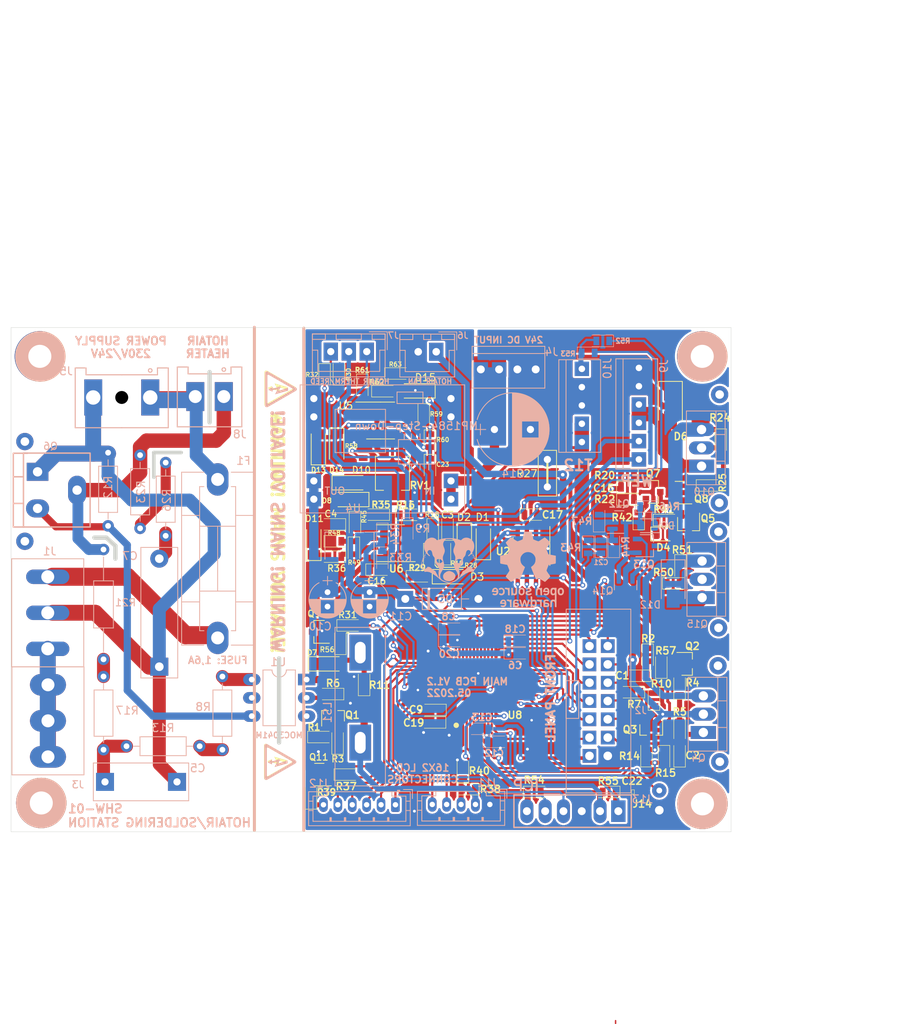
<source format=kicad_pcb>
(kicad_pcb (version 20211014) (generator pcbnew)
  (layers (0 "F.Cu" signal) (31 "B.Cu" signal) (36 "B.SilkS" user "B.Silkscreen") (37 "F.SilkS" user "F.Silkscreen") (38 "B.Mask" user) (39 "F.Mask" user) (44 "Edge.Cuts" user))
  (net 0 "")
  (net 1 "GND")
  (net 2 "Net-(C1-Pad1)")
  (net 3 "+24V")
  (net 4 "AC_230(N)")
  (net 5 "Net-(C5-Pad1)")
  (net 6 "Net-(C7-Pad1)")
  (net 7 "FAN_SUPPLY")
  (net 8 "+5V")
  (net 9 "+3V3")
  (net 10 "AC_230(L)")
  (net 11 "SOLDER_ON_SW")
  (net 12 "HOTAIR_ON_SW")
  (net 13 "HOTAIR_FAN_DOWN_SW")
  (net 14 "HOTAIR_FAN_UP_SW")
  (net 15 "HOTAIR_UP_SW")
  (net 16 "HOTAIR_DOWN_SW")
  (net 17 "SOLDER_UP_SW")
  (net 18 "SOLDER_DOWN_SW")
  (net 19 "HOTAIR_REED_SW")
  (net 20 "Net-(J8-Pad1)")
  (net 21 "UART_DBG_TX")
  (net 22 "SWCLK")
  (net 23 "SWDIO")
  (net 24 "RST")
  (net 25 "Net-(Q1-Pad3)")
  (net 26 "Net-(Q1-Pad1)")
  (net 27 "Net-(Q6-Pad3)")
  (net 28 "Net-(C3-Pad1)")
  (net 29 "Net-(C15-Pad2)")
  (net 30 "Net-(C4-Pad1)")
  (net 31 "Net-(Q9-Pad1)")
  (net 32 "HOTAIR_FAN_ADC")
  (net 33 "HOTAIR_HEATER_CTRL")
  (net 34 "Net-(R6-Pad2)")
  (net 35 "BUZZER")
  (net 36 "Net-(J1-Pad1)")
  (net 37 "Net-(R33-Pad1)")
  (net 38 "THERM_GND")
  (net 39 "HOTAIR_THERM")
  (net 40 "Net-(D7-Pad2)")
  (net 41 "Net-(D7-Pad1)")
  (net 42 "SOLDER_SELECT_SW")
  (net 43 "Net-(D9-Pad2)")
  (net 44 "IRON_T12_THERM_HEATER")
  (net 45 "Net-(F1-Pad2)")
  (net 46 "MENU_DOWN_SW")
  (net 47 "SPI1_SCK")
  (net 48 "IRON_WEP_HEATER")
  (net 49 "Net-(J7-Pad3)")
  (net 50 "Net-(Q2-Pad2)")
  (net 51 "Net-(Q3-Pad3)")
  (net 52 "Net-(Q3-Pad2)")
  (net 53 "IRON_WEP_THERM+")
  (net 54 "IRON_WEP_THERM-")
  (net 55 "Net-(J10-Pad1)")
  (net 56 "Net-(C23-Pad1)")
  (net 57 "Net-(R13-Pad1)")
  (net 58 "Net-(R8-Pad1)")
  (net 59 "Net-(R17-Pad1)")
  (net 60 "MENU_OK_SW")
  (net 61 "Net-(Q7-Pad2)")
  (net 62 "IRON_WEP_HEATER_CTRL")
  (net 63 "Net-(R23-Pad2)")
  (net 64 "IRON_T12_HEATER_CTRL")
  (net 65 "MENU_UP_SW")
  (net 66 "Net-(R36-Pad1)")
  (net 67 "SPI1_MISO")
  (net 68 "Net-(D4-Pad1)")
  (net 69 "Net-(C21-Pad2)")
  (net 70 "GND2")
  (net 71 "IRON_T12_MOTION_SW")
  (net 72 "Net-(J11-Pad3)")
  (net 73 "LCD_RS")
  (net 74 "Net-(Q11-Pad1)")
  (net 75 "Net-(Q11-Pad3)")
  (net 76 "HOTAIR_FAN_PWM")
  (net 77 "HOTAIR_TEMP_ADC")
  (net 78 "IRON_T12_TEMP_ADC")
  (net 79 "LCD_BACKLIGHT_PWM")
  (net 82 "LCD_EN")
  (net 83 "LCD_D4")
  (net 84 "LCD_D5")
  (net 85 "LCD_D6")
  (net 86 "LCD_D7")
  (net 87 "MAX31855_IRON_CS")
  (net 88 "LCD_RW")
  (net 89 "Net-(Q12-Pad2)")
  (net 90 "Net-(Q13-Pad2)")
  (net 91 "Net-(Q15-Pad2)")
  (net 92 "UNUSED_GPIO")
  (net 93 "Net-(Q5-Pad2)")
  (net 94 "Net-(Q10-Pad2)")
  (net 95 "Net-(R19-Pad2)")
  (net 96 "Net-(R28-Pad2)")
  (net 97 "Net-(R48-Pad2)")
  (net 98 "Net-(R61-Pad2)")
  (net 99 "Net-(R62-Pad2)")
  (net 101 "Net-(J12-Pad6)")
  (net 102 "Net-(RV1-Pad1)")
  (net 103 "Net-(RV1-Pad3)")
  (footprint "Capacitors:0805" (layer "F.Cu") (at 63.754 54.356)
    (fp_text reference "R31")
    (fp_text value "10k")
  )
  (footprint "Capacitors:0805" (layer "F.Cu") (at 61.722 63.881 180)
    (fp_text reference "R6")
    (fp_text value "320R")
  )
  (footprint "Package_TO_SOT_SMD:SOT-23" (layer "F.Cu") (at 59.817 55.245 180)
    (fp_text reference "Q9")
    (fp_text value "BC817")
  )
  (footprint "Package_TO_SOT_SMD:SOT-23" (layer "F.Cu") (at 61.722 66.929 90)
    (fp_text reference "Q1")
    (fp_text value "BC817")
  )
  (footprint "Capacitors:0805" (layer "F.Cu") (at 62.357 70.739 90)
    (fp_text reference "R3")
    (fp_text value "10k")
  )
  (footprint "Capacitors:0805" (layer "F.Cu") (at 67.7672 46.609)
    (fp_text reference "C16")
    (fp_text value "100n" hide)
  )
  (footprint "Capacitors:0805" (layer "F.Cu") (at 102.616 36.8808)
    (fp_text reference "R22")
    (fp_text value "10k")
  )
  (footprint "Package_TO_SOT_SMD:SOT-23" (layer "F.Cu") (at 106.172 35.814)
    (fp_text reference "Q7")
    (fp_text value "BC817")
  )
  (footprint "Capacitors:0805" (layer "F.Cu") (at 113.665 34.925)
    (fp_text reference "R25")
    (fp_text value "100R")
  )
  (footprint "Capacitors:0805" (layer "F.Cu") (at 102.616 33.401 180)
    (fp_text reference "R20")
    (fp_text value "2k2")
  )
  (footprint "Capacitors:0805" (layer "F.Cu") (at 115.57 28.575 -90)
    (fp_text reference "R24")
    (fp_text value "100k")
  )
  (footprint "Diodes_SMD:D_MiniMELF" (layer "F.Cu") (at 60.833 59.69)
    (fp_text reference "D7")
    (fp_text value "1N4148")
  )
  (footprint "Capacitors:0805" (layer "F.Cu") (at 66.04 62.611 90)
    (fp_text reference "R11")
    (fp_text value "2k")
  )
  (footprint "Capacitors:0805" (layer "F.Cu") (at 104.394 61.341 180)
    (fp_text reference "C1")
    (fp_text value "100n")
  )
  (footprint "Capacitors:0805" (layer "F.Cu") (at 109.855 72.517 90)
    (fp_text reference "C2")
    (fp_text value "10n")
  )
  (footprint "Capacitors:0805" (layer "F.Cu") (at 61.976 40.3352 180)
    (fp_text reference "C4")
    (fp_text value "10n" hide)
  )
  (footprint "Package_TO_SOT_SMD:SOT-23" (layer "F.Cu") (at 110.871 59.69)
    (fp_text reference "Q2")
    (fp_text value "BC807")
  )
  (footprint "Package_TO_SOT_SMD:SOT-23" (layer "F.Cu") (at 105.918 68.834 -90)
    (fp_text reference "Q3")
    (fp_text value "BC817")
  )
  (footprint "Capacitors:0805" (layer "F.Cu") (at 105.41 58.42 -90)
    (fp_text reference "R2")
    (fp_text value "10k")
  )
  (footprint "Capacitors:0805" (layer "F.Cu") (at 109.855 63.119 90)
    (fp_text reference "R4")
    (fp_text value "100k")
  )
  (footprint "Capacitors:0805" (layer "F.Cu") (at 109.855 68.58 -90)
    (fp_text reference "R5")
    (fp_text value "100k")
  )
  (footprint "Capacitors:0805" (layer "F.Cu") (at 103.505 63.627 180)
    (fp_text reference "R7")
    (fp_text value "10k")
  )
  (footprint "Capacitors:0805" (layer "F.Cu") (at 106.299 64.643 90)
    (fp_text reference "R10")
    (fp_text value "30k")
  )
  (footprint "Capacitors:0805" (layer "F.Cu") (at 105.2576 72.4916 90)
    (fp_text reference "R14")
    (fp_text value "33k" hide)
  )
  (footprint "Capacitors:0805" (layer "F.Cu") (at 107.696 72.517 -90)
    (fp_text reference "R15")
    (fp_text value "2k2" hide)
  )
  (footprint "Capacitors:0805" (layer "F.Cu") (at 68.072 38.97376 180)
    (fp_text reference "R35")
    (fp_text value "1M")
  )
  (footprint "Capacitors:0805" (layer "F.Cu") (at 61.976 44.8056 180)
    (fp_text reference "R36")
    (fp_text value "2k2" hide)
  )
  (footprint "Package_SO:SO-8_3.9x4.9mm_P1.27mm" (layer "F.Cu") (at 69.688 42.93616 180)
    (fp_text reference "U6")
    (fp_text value "AD8606" hide)
  )
  (footprint "Package_QFP:LQFP-48_7x7mm_P0.5mm" (layer "F.Cu") (at 81.534 62.314386 90)
    (fp_text reference "U8")
    (fp_text value "STM32F103C6Tx")
  )
  (footprint "Capacitors:0805" (layer "F.Cu") (at 75.946 66.0908 180)
    (fp_text reference "C9")
    (fp_text value "100n" hide)
  )
  (footprint "Capacitors:0805" (layer "F.Cu") (at 62.738 56.896 90)
    (fp_text reference "R56")
    (fp_text value "47k")
  )
  (footprint "Capacitors:0805" (layer "F.Cu") (at 70.3834 19.3802)
    (fp_text reference "R63")
    (fp_text value "2k2" hide)
  )
  (footprint "Capacitors:0805" (layer "F.Cu") (at 75.565 41.021 -90)
    (fp_text reference "R18")
    (fp_text value "10k" hide)
  )
  (footprint "Diode_SMD:D_MiniMELF" (layer "F.Cu") (at 79.9592 42.68216 -90)
    (fp_text reference "D2")
    (fp_text value "1N4148" hide)
  )
  (footprint "Capacitors:0805" (layer "F.Cu") (at 77.6224 41.0464 90)
    (fp_text reference "C3")
    (fp_text value "10n" hide)
  )
  (footprint "Capacitors:0805" (layer "F.Cu") (at 62.5348 19.5072 90)
    (fp_text reference "R30")
    (fp_text value "10k" hide)
  )
  (footprint "Capacitors:0805" (layer "F.Cu") (at 75.184 32.1056 -90)
    (fp_text reference "C23")
    (fp_text value "10n" hide)
  )
  (footprint "Capacitors:0805" (layer "F.Cu") (at 75.0824 44.46016 -90)
    (fp_text reference "R28")
    (fp_text value "200k" hide)
  )
  (footprint "Package_SO:SO-8_3.9x4.9mm_P1.27mm" (layer "F.Cu") (at 68.326 25.908)
    (fp_text reference "U5")
    (fp_text value "LM741")
  )
  (footprint "Capacitors:0805" (layer "F.Cu") (at 109.982 46.0248 -90)
    (fp_text reference "R51")
    (fp_text value "100k")
  )
  (footprint "Capacitors:0805" (layer "F.Cu") (at 108.966 48.514)
    (fp_text reference "R50")
    (fp_text value "100R")
  )
  (footprint "Capacitors:0805" (layer "F.Cu") (at 80.518 77.089 180)
    (fp_text reference "R38")
    (fp_text value "24k" hide)
  )
  (footprint "Capacitors:0805" (layer "F.Cu") (at 77.2668 44.46016 90)
    (fp_text reference "R19")
    (fp_text value "1k" hide)
  )
  (footprint "Capacitors:0805" (layer "F.Cu") (at 71.882 38.99916)
    (fp_text reference "R16")
    (fp_text value "1M")
  )
  (footprint "Diode_SMD:D_MiniMELF" (layer "F.Cu") (at 64.135 34.544)
    (fp_text reference "D10")
    (fp_text value "1N4148")
  )
  (footprint "Package_TO_SOT_SMD:TSOT-23" (layer "F.Cu") (at 111.125 40.259 -90)
    (fp_text reference "Q5")
    (fp_text value "BC817")
  )
  (footprint "Diode_SMD:D_0805_2012Metric" (layer "F.Cu") (at 107.5436 41.656)
    (fp_text reference "D4")
    (fp_text value "12V")
  )
  (footprint "Diode_SMD:D_SMA" (layer "F.Cu") (at 108.585 23.876 -90)
    (fp_text reference "D6")
    (fp_text value "SR310")
  )
  (footprint "Diode_SMD:D_MiniMELF" (layer "F.Cu") (at 59.055 42.799 90)
    (fp_text reference "D11")
    (fp_text value "3V6" hide)
  )
  (footprint "Capacitors:0805" (layer "F.Cu") (at 100.076 77.47 180)
    (fp_text reference "R55")
    (fp_text value "10k")
  )
  (footprint "Capacitors:0805" (layer "F.Cu") (at 73.3806 47.53356)
    (fp_text reference "R29")
    (fp_text value "2k2")
  )
  (footprint "Capacitors:0805" (layer "F.Cu") (at 58.674 78.359 90)
    (fp_text reference "R39")
    (fp_text value "300R" hide)
  )
  (footprint "Capacitors:0805" (layer "F.Cu") (at 79.756 74.676 90)
    (fp_text reference "R40")
    (fp_text value "2k" hide)
  )
  (footprint "Capacitors:0805" (layer "F.Cu") (at 75.184 28.702 -90)
    (fp_text reference "R60")
    (fp_text value "10k" hide)
  )
  (footprint "Capacitors:0805" (layer "F.Cu") (at 75.8952 67.818 180)
    (fp_text reference "C19")
    (fp_text value "10u" hide)
  )
  (footprint "Diode_SMD:D_MiniMELF" (layer "F.Cu") (at 59.69 29.5148 90)
    (fp_text reference "D13")
    (fp_text value "1N4148")
  )
  (footprint "Capacitors:0805" (layer "F.Cu") (at 107.696 39.7256)
    (fp_text reference "R41")
    (fp_text value "1k5")
  )
  (footprint "Capacitors:0805" (layer "F.Cu") (at 64.6176 43.57116 -90)
    (fp_text reference "R49")
    (fp_text value "200k" hide)
  )
  (footprint "Capacitors:0603" (layer "F.Cu") (at 103.378 77.47)
    (fp_text reference "C22")
    (fp_text value "100n")
  )
  (footprint "Capacitors:0805" (layer "F.Cu") (at 89.2048 38.9636)
    (fp_text reference "C17")
    (fp_text value "10n")
  )
  (footprint "My-Footprints:ShortWire" (layer "F.Cu") (at 91.4908 31.3182 -90)
    (fp_text reference "R27")
    (fp_text value "0R")
  )
  (footprint "graphic:high-voltage" (layer "F.Cu") (at 54.4068 21.463 -90)
    (fp_text reference "G***" hide)
    (fp_text value "LOGO" hide)
  )
  (footprint "Diode_SMD:D_MiniMELF" (layer "F.Cu") (at 78.0542 47.58436)
    (fp_text reference "D3")
    (fp_text value "3V6")
  )
  (footprint "Diode_SMD:D_MiniMELF" (layer "F.Cu") (at 73.3552 21.7932 180)
    (fp_text reference "D15")
    (fp_text value "3V6")
  )
  (footprint "Capacitors:0805" (layer "F.Cu") (at 63.373 75.057)
    (fp_text reference "R37")
    (fp_text value "4,7k")
  )
  (footprint "Capacitors:0805" (layer "F.Cu") (at 104.1908 39.5732 90)
    (fp_text reference "R42")
    (fp_text value "430R")
  )
  (footprint "Potentiometer_SMD:Potentiometer_Bourns_3314G_Vertical" (layer "F.Cu") (at 69.977 33.2232)
    (fp_text reference "RV1")
    (fp_text value "10k")
  )
  (footprint "Capacitors:0805" (layer "F.Cu") (at 107.315 60.198 90)
    (fp_text reference "R57")
    (fp_text value "47k")
  )
  (footprint "Resistors:0805" (layer "F.Cu") (at 65.913 30.226 90)
    (fp_text reference "R58")
    (fp_text value "0R" hide)
  )
  (footprint "Capacitors:0805" (layer "F.Cu") (at 68.58 21.844)
    (fp_text reference "R62")
    (fp_text value "200k" hide)
  )
  (footprint "Capacitors:0805" (layer "F.Cu") (at 60.5536 19.5072 -90)
    (fp_text reference "R32")
    (fp_text value "10k" hide)
  )
  (footprint "Capacitors:0805" (layer "F.Cu") (at 74.3204 25.0698 -90)
    (fp_text reference "R59")
    (fp_text value "1M" hide)
  )
  (footprint "Capacitors:0805" (layer "F.Cu") (at 89.662 77.47)
    (fp_text reference "R54")
    (fp_text value "10k")
  )
  (footprint "Package_TO_SOT_SMD:SOT-23" (layer "F.Cu") (at 109.8804 35.9156 180)
    (fp_text reference "Q8")
    (fp_text value "BC807")
  )
  (footprint "Package_SO:SOIC-8_3.9x4.9mm_P1.27mm" (layer "F.Cu") (at 89.281 44.069 -90)
    (fp_text reference "U2")
    (fp_text value "MAX31855KASA")
  )
  (footprint "Capacitors:0805" (layer "F.Cu") (at 59.69 69.85)
    (fp_text reference "R1")
    (fp_text value "47k")
  )
  (footprint "Package_TO_SOT_SMD:SOT-23" (layer "F.Cu") (at 59.817 75.057 180)
    (fp_text reference "Q11")
    (fp_text value "BC817")
  )
  (footprint "Wire_Pads:SolderWirePad_single_0-8mmDrill" (layer "F.Cu") (at 107.0356 77.2668)
    (fp_text reference "J14")
    (fp_text value "Unused_GPIO")
  )
  (footprint "Capacitors:0805" (layer "F.Cu") (at 61.976 42.672)
    (fp_text reference "R48")
    (fp_text value "1k" hide)
  )
  (footprint "Diode_SMD:D_MiniMELF" (layer "F.Cu") (at 82.6008 42.68216 90)
    (fp_text reference "D1")
    (fp_text value "1N4148" hide)
  )
  (footprint "Capacitors:0805" (layer "F.Cu") (at 65.786 20.955 -90)
    (fp_text reference "R61")
    (fp_text value "1k" hide)
  )
  (footprint "Diode_SMD:D_MiniMELF" (layer "F.Cu") (at 62.23 29.5148 -90)
    (fp_text reference "D14")
    (fp_text value "1N4148")
  )
  (footprint "Capacitors:0805" (layer "F.Cu") (at 64.77 40.01516 -90)
    (fp_text reference "R45")
    (fp_text value "10k" hide)
  )
  (footprint "Capacitors:0805" (layer "F.Cu") (at 102.616 35.179)
    (fp_text reference "C15")
    (fp_text value "10n")
  )
  (footprint "graphic:high-voltage" (layer "F.Cu") (at 54.356 73.279 -90)
    (fp_text reference "G***" hide)
    (fp_text value "LOGO" hide)
  )
  (footprint "Diode_SMD:D_MiniMELF" (layer "F.Cu") (at 64.1604 36.8808 180)
    (fp_text reference "D8")
    (fp_text value "1N4148")
  )
  (footprint "My-Footprints:MP1584_Mini_3A_Step_Down_Conv" (layer "B.Cu") (at 80.01 20.955 180)
    (fp_text reference "U3" hide)
    (fp_text value "MP1584-Step-Down")
  )
  (footprint "My-Footprints:Conn-01x04-N25-W4P" (layer "B.Cu") (at 91.238 15.61 180)
    (fp_text reference "J4")
    (fp_text value "24V_IN (NS-25 r2,54)")
  )
  (footprint "Capacitors_THT:CP_Radial_D5.0mm_P2.00mm" (layer "B.Cu") (at 66.802 49.7385 -90)
    (fp_text reference "C11")
    (fp_text value "100u/10V")
  )
  (footprint "Diode_THT:D_DO-41_SOD81_P10.16mm_Horizontal" (layer "B.Cu") (at 71.755 50.673)
    (fp_text reference "D5")
    (fp_text value "3v6" hide)
  )
  (footprint "Capacitors_THT:CP_Radial_D5.0mm_P2.00mm" (layer "B.Cu") (at 60.96 49.7385 -90)
    (fp_text reference "C10")
    (fp_text value "47u/10V")
  )
  (footprint "Housings_DIP:DIP-6_W7.62mm_LongPads" (layer "B.Cu") (at 58.054 61.864 180)
    (fp_text reference "U1")
    (fp_text value "MOC3041M")
  )
  (footprint "Resistors_ThroughHole:R_Axial_DIN0207_L6.3mm_D2.5mm_P10.16mm_Horizontal" (layer "B.Cu") (at 30.48 40.533 90)
    (fp_text reference "R12")
    (fp_text value "390R")
  )
  (footprint "My-Footprints:TO-220-3_V_Wide_Legs" (layer "B.Cu") (at 20.586 33.03 -90)
    (fp_text reference "Q6")
    (fp_text value "BT139-600")
  )
  (footprint "My-Footprints:Conn-01x06" (layer "B.Cu") (at 101.346 80.137 90)
    (fp_text reference "J13")
    (fp_text value "ICP (goldpin r2,54)")
  )
  (footprint "My-Footprints:Conn-01x06-N25-W6P" (layer "B.Cu") (at 100.904 17.337 -90)
    (fp_text reference "J9")
    (fp_text value "WEP (r.2,54)")
  )
  (footprint "My-Footprints:Buzzer" (layer "B.Cu") (at 62 54.627 -90)
    (fp_text reference "LS1")
    (fp_text value "BUZZER" hide)
  )
  (footprint "Connectors_Hirose:Hirose_DF63-2P-3.96DSA_02x3.96mm_Straight" (layer "B.Cu") (at 46.552 22.581 180)
    (fp_text reference "J8")
    (fp_text value "HOTAIR_HEATER (PWZ-02S r.3,96)")
  )
  (footprint "Connectors_JST:JST_XH_B03B-XH-A_03x2.50mm_Straight" (layer "B.Cu") (at 66.4064 16.3406 180)
    (fp_text reference "J7")
    (fp_text value "HOTAIR_MEAS (JST r.2,5)")
  )
  (footprint "Connectors_Hirose:Hirose_DF63-3P-3.96DSA_03x3.96mm_Straight" (layer "B.Cu") (at 36.335 22.708 180)
    (fp_text reference "J5")
    (fp_text value "PSUPPLY (PWZ-02S r.3,96)")
  )
  (footprint "Connectors_JST:JST_XH_B02B-XH-A_02x2.50mm_Straight" (layer "B.Cu") (at 76.053 16.366 180)
    (fp_text reference "J6")
    (fp_text value "HOTAIR_FAN (JST r,2,54)")
  )
  (footprint "My-Footprints:Conn-01x14-IDC" (layer "B.Cu") (at 86.088 77.764)
    (fp_text reference "J2")
    (fp_text value "FRONT_PANEL (IDC r. 2,54)")
  )
  (footprint "Fuse_Holders_and_Fuses:Fuseholder5x20_horiz_SemiClosed_Casing10x25mm" (layer "B.Cu") (at 45.695 34.085 -90)
    (fp_text reference "F1")
    (fp_text value "1,5A")
  )
  (footprint "Capacitors_THT:C_Rect_L18.0mm_W5.0mm_P15.00mm_FKS3_FKP3" (layer "B.Cu") (at 37.592 45.085 -90)
    (fp_text reference "C7")
    (fp_text value "10n/250V")
  )
  (footprint "Capacitor_THT:C_Rect_L13.0mm_W5.0mm_P10.00mm_FKS3_FKP3_MKS4" (layer "B.Cu") (at 30.052 76.073)
    (fp_text reference "C5")
    (fp_text value "22n/250V" hide)
  )
  (footprint "Package_TO_SOT_SMD:SOT-223-3_TabPin2" (layer "B.Cu") (at 64.008 43.307 90)
    (fp_text reference "U4")
    (fp_text value "AP1117-ADJ")
  )
  (footprint "Capacitors:0805" (layer "B.Cu") (at 68.58 44.958 -90)
    (fp_text reference "R33")
    (fp_text value "360R" hide)
  )
  (footprint "Capacitors:0805" (layer "B.Cu") (at 68.58 41.656 -90)
    (fp_text reference "R34")
    (fp_text value "220R" hide)
  )
  (footprint "My-Footprints:Screw-Terminal-5.00mm-3pin" (layer "B.Cu") (at 27.098 60.1027 90)
    (fp_text reference "J1")
    (fp_text value "230VAC_IN")
  )
  (footprint "Capacitors:0805" (layer "B.Cu") (at 72.0344 40.894 -90)
    (fp_text reference "R9")
    (fp_text value "0R" hide)
  )
  (footprint "Resistors_ThroughHole:R_Axial_DIN0207_L6.3mm_D2.5mm_P10.16mm_Horizontal" (layer "B.Cu") (at 29.845 61.448 -90)
    (fp_text reference "R17")
    (fp_text value "200R")
  )
  (footprint "Resistor_THT:R_Axial_DIN0207_L6.3mm_D2.5mm_P15.24mm_Horizontal" (layer "B.Cu") (at 29.845 43.815 -90)
    (fp_text reference "R21")
    (fp_text value "200R")
  )
  (footprint "Resistors_ThroughHole:R_Axial_DIN0207_L6.3mm_D2.5mm_P10.16mm_Horizontal" (layer "B.Cu") (at 34.925 30.714 -90)
    (fp_text reference "R23")
    (fp_text value "50R")
  )
  (footprint "Resistors_ThroughHole:R_Axial_DIN0207_L6.3mm_D2.5mm_P10.16mm_Horizontal" (layer "B.Cu") (at 38.481 31.75 -90)
    (fp_text reference "R26")
    (fp_text value "50R")
  )
  (footprint "Resistors_ThroughHole:R_Axial_DIN0207_L6.3mm_D2.5mm_P10.16mm_Horizontal" (layer "B.Cu") (at 43.2 71.12 180)
    (fp_text reference "R13")
    (fp_text value "200R")
  )
  (footprint "Resistors_ThroughHole:R_Axial_DIN0207_L6.3mm_D2.5mm_P10.16mm_Horizontal" (layer "B.Cu") (at 46.355 61.448 -90)
    (fp_text reference "R8")
    (fp_text value "200R")
  )
  (footprint "Capacitors_ThroughHole:CP_Radial_D10.0mm_P5.00mm" (layer "B.Cu") (at 84.1394 27.1526)
    (fp_text reference "C14")
    (fp_text value "330u/35V" hide)
  )
  (footprint "My-Footprints:TO-220-3_V_Thick_Pads" (layer "B.Cu") (at 113.157 69.215 90)
    (fp_text reference "Q4")
    (fp_text value "RFP15P05" hide)
  )
  (footprint "Capacitors:0805" (layer "B.Cu") (at 97.155 16.51)
    (fp_text reference "R53")
    (fp_text value "10k" hide)
  )
  (footprint "Capacitors:0805" (layer "B.Cu") (at 82.423 68.707 180)
    (fp_text reference "C13")
    (fp_text value "10u" hide)
  )
  (footprint "Capacitors:0805" (layer "B.Cu") (at 86.9696 56.4896)
    (fp_text reference "C18")
    (fp_text value "10u")
  )
  (footprint "Capacitors:0805" (layer "B.Cu") (at 77.851 54.8132)
    (fp_text reference "C8")
    (fp_text value "100n" hide)
  )
  (footprint "Capacitors:0805" (layer "B.Cu") (at 98.679 39.878 90)
    (fp_text reference "R47")
    (fp_text value "430R" hide)
  )
  (footprint "Diode_SMD:D_SMA" (layer "B.Cu") (at 108.966 48.641 -90)
    (fp_text reference "D12")
    (fp_text value "SR310")
  )
  (footprint "My-Footprints:TO-220-3_V_Thick_Pads" (layer "B.Cu") (at 112.9792 50.4952 90)
    (fp_text reference "Q15")
    (fp_text value "RFP15P05")
  )
  (footprint "My-Footprints:Screw-Terminal-5.00mm-3pin" (layer "B.Cu") (at 27.13 75.096 90)
    (fp_text reference "J3")
    (fp_text value "EARTH_GND")
  )
  (footprint "Capacitors:0805" (layer "B.Cu") (at 98.933 43.434 90)
    (fp_text reference "C21")
    (fp_text value "10n" hide)
  )
  (footprint "Capacitors:0805" (layer "B.Cu") (at 97.155 43.434 -90)
    (fp_text reference "R43")
    (fp_text value "2k2" hide)
  )
  (footprint "graphic:high-voltage" (layer "B.Cu") (at 54.483 21.5646 90)
    (fp_text reference "G***" hide)
    (fp_text value "LOGO" hide)
  )
  (footprint "Connector_JST:JST_PH_B6B-PH-K_1x06_P2.00mm_Vertical" (layer "B.Cu") (at 70.39 79.248 180)
    (fp_text reference "J12")
    (fp_text value "LCD_CON1 (JST r.2.0)")
  )
  (footprint "Capacitors:0805" (layer "B.Cu") (at 100.711 43.434 90)
    (fp_text reference "R44")
    (fp_text value "10k" hide)
  )
  (footprint "Package_TO_SOT_SMD:TSOT-23" (layer "B.Cu") (at 105.283 43.307)
    (fp_text reference "Q13")
    (fp_text value "BC817" hide)
  )
  (footprint "Connector_JST:JST_PH_B5B-PH-K_1x05_P2.00mm_Vertical" (layer "B.Cu") (at 83.502 79.206 180)
    (fp_text reference "J11")
    (fp_text value "LCD_CON2 (JST r.2.0)")
  )
  (footprint "graphic:open-source-HW-10x10" (layer "B.Cu") (at 88.7984 46.5836 180)
    (fp_text reference "G***" hide)
    (fp_text value "LOGO" hide)
  )
  (footprint "graphic:high-voltage" (layer "B.Cu") (at 54.4068 73.3044 90)
    (fp_text reference "G***" hide)
    (fp_text value "LOGO" hide)
  )
  (footprint "Capacitors:0805" (layer "B.Cu") (at 77.851 56.515)
    (fp_text reference "C20")
    (fp_text value "1u" hide)
  )
  (footprint "Package_TO_SOT_SMD:SOT-23" (layer "B.Cu") (at 102.362 48.768 -90)
    (fp_text reference "Q14")
    (fp_text value "BC807")
  )
  (footprint "Connector:Conn-01x05-N25-W4P" (layer "B.Cu") (at 93.08 17.367 -90)
    (fp_text reference "J10")
    (fp_text value "T12_power (NS-25 r2,54)")
  )
  (footprint "Package_TO_SOT_SMD:SOT-23" (layer "B.Cu") (at 101.473 40.005)
    (fp_text reference "Q12")
    (fp_text value "BC817")
  )
  (footprint "Diode_SMD:D_0805_2012Metric" (layer "B.Cu") (at 105.41 40.513 180)
    (fp_text reference "D9")
    (fp_text value "12V" hide)
  )
  (footprint "graphic:honeybadger2" (layer "B.Cu") (at 77.851 45.339 180)
    (fp_text reference "G***" hide)
    (fp_text value "LOGO" hide)
  )
  (footprint "Capacitors:0805" (layer "B.Cu") (at 99.187 14.859 180)
    (fp_text reference "R52")
    (fp_text value "10k" hide)
  )
  (footprint "Capacitors:0805" (layer "B.Cu") (at 84.074 70.5104)
    (fp_text reference "C12")
    (fp_text value "100n" hide)
  )
  (footprint "Capacitors:0805" (layer "B.Cu") (at 105.283 37.846)
    (fp_text reference "R46")
    (fp_text value "1k5" hide)
  )
  (footprint "My-Footprints:TO-220-3_V_Thick_Pads" (layer "B.Cu") (at 112.9055 32.24405 90)
    (fp_text reference "Q10")
    (fp_text value "RFP15P05")
  )
  (footprint "Capacitors:0805" (layer "B.Cu") (at 86.9696 58.2168)
    (fp_text reference "C6")
    (fp_text value "100n")
  )
  (gr_rect (start 85.09 59.563) (end 86.868 58.166) (layer "F.Cu") (width 0.2) (fill solid))
  (gr_line (start 84.4804 58.801) (end 84.4804 57.5056) (layer "F.Cu") (width 0.2))
  (gr_line (start 100.965 109.601) (end 100.965 109.22) (layer "F.Cu") (width 0.2))
  (gr_rect (start 81.3444 17.0916) (end 85.6624 29.2836) (layer "F.Cu") (width 0.2) (fill solid))
  (gr_rect (start 76.2 65.024) (end 78.7908 68.3514) (layer "F.Cu") (width 0.2) (fill solid))
  (gr_rect (start 61.4172 33.655) (end 69.7992 41.021) (layer "B.Cu") (width 0.2) (fill solid))
  (gr_rect (start 58.547 50.292) (end 62.357 44.958) (layer "B.Cu") (width 0.2) (fill solid))
  (gr_rect (start 81.3444 18.6156) (end 85.6624 29.2836) (layer "B.Cu") (width 0.2) (fill solid))
  (gr_circle (center 113.03 79.121) (end 109.641217 79.121) (layer "B.SilkS") (width 0.21) (fill solid))
  (gr_circle (center 113.03 17.018) (end 109.641217 17.018) (layer "B.SilkS") (width 0.21) (fill solid))
  (gr_circle (center 21.209 78.994) (end 17.820217 78.994) (layer "B.SilkS") (width 0.21) (fill solid))
  (gr_line (start 57.658 13.081) (end 57.658 82.804) (layer "B.SilkS") (width 0.4))
  (gr_circle (center 21.082 17.018) (end 17.693217 17.018) (layer "B.SilkS") (width 0.21) (fill solid))
  (gr_line (start 50.8 82.804) (end 50.8 12.954) (layer "B.SilkS") (width 0.4))
  (gr_line (start 63.9064 55.372) (end 63.6524 55.372) (layer "F.SilkS") (width 0.21))
  (gr_line (start 57.658 82.804) (end 57.658 13.081) (layer "F.SilkS") (width 0.4))
  (gr_circle (center 21.209 78.994) (end 24.597783 78.994) (layer "F.SilkS") (width 0.21) (fill solid))
  (gr_circle (center 113.03 79.121) (end 116.418783 79.121) (layer "F.SilkS") (width 0.21) (fill solid))
  (gr_circle (center 21.082 17.018) (end 24.470783 17.018) (layer "F.SilkS") (width 0.21) (fill solid))
  (gr_line (start 76.1492 46.2788) (end 75.8952 45.974) (layer "F.SilkS") (width 0.15))
  (gr_line (start 50.8 33.528) (end 50.8 13.081) (layer "F.SilkS") (width 0.4))
  (gr_line (start 80.01 46.2788) (end 76.454 46.2788) (layer "F.SilkS") (width 0.15))
  (gr_circle (center 113.03 17.018) (end 116.418783 17.018) (layer "F.SilkS") (width 0.21) (fill solid))
  (gr_line (start 50.8 33.528) (end 50.8 82.804) (layer "F.SilkS") (width 0.4))
  (gr_line (start 76.454 46.2788) (end 76.1492 46.2788) (layer "F.SilkS") (width 0.15))
  (gr_line (start 54.229 58.928) (end 54.229 70.612) (layer "Edge.Cuts") (width 0.6))
  (gr_line (start 36.83 33.782) (end 36.83 30.353) (layer "Edge.Cuts") (width 0.5))
  (gr_line (start 30.226 42.164) (end 31.496 43.307) (layer "Edge.Cuts") (width 0.6))
  (gr_line (start 36.83 30.48) (end 36.83 30.353) (layer "Edge.Cuts") (width 0.05))
  (gr_line (start 117 83) (end 17 83) (layer "Edge.Cuts") (width 0.05))
  (gr_line (start 17 83) (end 17 13) (layer "Edge.Cuts") (width 0.05))
  (gr_line (start 17 13) (end 117 13) (layer "Edge.Cuts") (width 0.05))
  (gr_line (start 36.83 30.353) (end 36.83 30.48) (layer "Edge.Cuts") (width 0.05))
  (gr_line (start 28.575 42.164) (end 30.226 42.164) (layer "Edge.Cuts") (width 0.6))
  (gr_line (start 31.496 43.307) (end 31.496 45.085) (layer "Edge.Cuts") (width 0.6))
  (gr_line (start 44.577 26.162) (end 44.577 19.177) (layer "Edge.Cuts") (width 0.6))
  (gr_line (start 117 13) (end 117 83) (layer "Edge.Cuts") (width 0.05))
  (gr_line (start 36.83 30.353) (end 40.64 30.353) (layer "Edge.Cuts") (width 0.5))
  (gr_text "16X2 LCD\nCONNECTORS" (at 74.168 74.93) (layer "B.SilkS") (effects (font (size 1 1) (thickness 0.2)) (justify mirror)))
  (gr_text "FRONT PANEL" (at 91.948 64.389 90) (layer "B.SilkS") (effects (font (size 1.2 1.2) (thickness 0.3)) (justify mirror)))
  (gr_text "OUT" (at 61.976 35.687) (layer "B.SilkS") (effects (font (size 1 1)) (justify mirror)))
  (gr_text "HOTAIR FAN" (at 75.184 20.4724) (layer "B.SilkS") (effects (font (size 0.7 0.7) (thickness 0.16)) (justify mirror)))
  (gr_text "HOTAIR\nHEATER" (at 44.3484 15.748) (layer "B.SilkS") (effects (font (size 1.1 1.1) (thickness 0.275)) (justify mirror)))
  (gr_text "WARNING! MAINS VOLTAGE!" (at 53.975 41.275 270) (layer "B.SilkS") (effects (font (size 1.7 1.7) (thickness 0.375)) (justify mirror)))
  (gr_text "T12" (at 95.758 32.131) (layer "B.SilkS") (effects (font (size 1.5 1.5) (thickness 0.3)) (justify mirror)))
  (gr_text "MAIN PCB V1.2\n05.2022" (at 74.5744 62.9412) (layer "B.SilkS") (effects (font (size 1 1) (thickness 0.22)) (justify right mirror)))
  (gr_text "WEP" (at 103.886 34.29) (layer "B.SilkS") (effects (font (size 1.5 1.5) (thickness 0.3)) (justify mirror)))
  (gr_text "IN" (at 75.184 35.687) (layer "B.SilkS") (effects (font (size 1 1)) (justify mirror)))
  (gr_text "SHW-01\nHOTAIR/SOLDERING STATION" (at 24.765 80.772) (layer "B.SilkS") (effects (font (size 1.2 1.2) (thickness 0.25)) (justify right mirror)))
  (gr_text "POWER SUPPLY\n230V/24V" (at 32.258 15.748) (layer "B.SilkS") (effects (font (size 1.1 1.1) (thickness 0.25)) (justify mirror)))
  (gr_text "24V DC INPUT" (at 86.106 14.732) (layer "B.SilkS") (effects (font (size 0.9 0.9) (thickness 0.2)) (justify mirror)))
  (gr_text "FUSE: 1,6A" (at 45.72 59.182) (layer "B.SilkS") (effects (font (size 1 1) (thickness 0.2)) (justify mirror)))
  (gr_text "ICP" (at 88.519 76.581) (layer "B.SilkS") (effects (font (size 1.5 1.5) (thickness 0.25)) (justify mirror)))
  (gr_text "HOTAIR THERM/REED" (at 64.0588 20.4724) (layer "B.SilkS") (effects (font (size 0.7 0.7) (thickness 0.16)) (justify mirror)))
  (gr_text "WARNING! MAINS VOLTAGE!" (at 53.975 41.402 270) (layer "F.SilkS") (effects (font (size 1.7 1.7) (thickness 0.375))))
  (via (at 113.03 79.121) (size 7) (drill 3.2) (layers "F.Cu" "B.Cu") (net 0))
  (via (at 115.2652 41.3512) (size 2.4) (drill 1.2) (layers "F.Cu" "B.Cu") (net 0))
  (via (at 21.2 79) (size 7) (drill 3.2) (layers "F.Cu" "B.Cu") (net 0))
  (via (at 115.2652 54.6862) (size 2.4) (drill 1.2) (layers "F.Cu" "B.Cu") (net 0))
  (via (at 115.3668 37.338) (size 2.4) (drill 1.2) (layers "F.Cu" "B.Cu") (net 0))
  (via (at 18.92 42.672) (size 2.4) (drill 1.2) (layers "F.Cu" "B.Cu") (net 0))
  (via (at 115.189 59.944) (size 2.4) (drill 1.2) (layers "F.Cu" "B.Cu") (net 0))
  (via (at 113 17) (size 7) (drill 3.2) (layers "F.Cu" "B.Cu") (net 0))
  (via (at 18.923 28.829) (size 2.4) (drill 1.2) (layers "F.Cu" "B.Cu") (net 0))
  (via (at 115.4176 22.3012) (size 2.4) (drill 1.2) (layers "F.Cu" "B.Cu") (net 0))
  (via (at 21 17) (size 7) (drill 3.2) (layers "F.Cu" "B.Cu") (net 0))
  (via (at 115.443 73.279) (size 2.4) (drill 1.2) (layers "F.Cu" "B.Cu") (net 0))
  (segment (start 84.3534 65.151) (end 84.7344 65.532) (width 0.25) (layer "F.Cu") (net 1))
  (segment (start 82.284 66.476886) (end 82.284 70.092) (width 0.3) (layer "F.Cu") (net 1))
  (segment (start 87.382614 60.064386) (end 85.6965 60.064386) (width 0.3) (layer "F.Cu") (net 1))
  (segment (start 87.757 59.69) (end 87.382614 60.064386) (width 0.3) (layer "F.Cu") (net 1))
  (segment (start 79.284 58.151886) (end 79.284 56.678) (width 0.3) (layer "F.Cu") (net 1))
  (segment (start 84.328 65.151) (end 84.3534 65.151) (width 0.25) (layer "F.Cu") (net 1))
  (segment (start 82.284 70.092) (end 83.058 70.866) (width 0.3) (layer "F.Cu") (net 1))
  (segment (start 75.897614 64.564386) (end 75.2348 65.2272) (width 0.3) (layer "F.Cu") (net 1))
  (segment (start 77.3715 63.064386) (end 73.841614 63.064386) (width 0.3) (layer "F.Cu") (net 1))
  (segment (start 77.3715 64.564386) (end 75.897614 64.564386) (width 0.3) (layer "F.Cu") (net 1))
  (segment (start 73.841614 63.064386) (end 73.406 63.5) (width 0.3) (layer "F.Cu") (net 1))
  (segment (start 79.284 56.678) (end 78.994 56.388) (width 0.3) (layer "F.Cu") (net 1))
  (via (at 64.643 28.956) (size 0.6) (drill 0.35) (layers "F.Cu" "B.Cu") (net 1))
  (via (at 84.963 71.374) (size 0.7) (drill 0.4) (layers "F.Cu" "B.Cu") (net 1))
  (via (at 87.757 59.69) (size 0.6) (drill 0.35) (layers "F.Cu" "B.Cu") (net 1))
  (via (at 59.69 71.882) (size 0.8) (drill 0.4) (layers "F.Cu" "B.Cu") (net 1))
  (via (at 73.025 80.137) (size 0.7) (drill 0.4) (layers "F.Cu" "B.Cu") (net 1))
  (via (at 107.0356 80.01) (size 2.4) (drill 1.2) (layers "F.Cu" "B.Cu") (net 1))
  (via (at 73.5076 63.3222) (size 0.6) (drill 0.35) (layers "F.Cu" "B.Cu") (net 1))
  (via (at 74.93 57.912) (size 0.8) (drill 0.4) (layers "F.Cu" "B.Cu") (net 1))
  (via (at 60.198 55.118) (size 0.6) (drill 0.35) (layers "F.Cu" "B.Cu") (net 1))
  (via (at 73.787 66.167) (size 0.6) (drill 0.35) (layers "F.Cu" "B.Cu") (net 1))
  (via (at 64.643 61.468) (size 0.6) (drill 0.35) (layers "F.Cu" "B.Cu") (net 1))
  (via (at 81.8896 61.0108) (size 0.6) (drill 0.35) (layers "F.Cu" "B.Cu") (net 1))
  (via (at 74.295 69.215) (size 0.7) (drill 0.4) (layers "F.Cu" "B.Cu") (net 1))
  (via (at 78.994 73.025) (size 0.7) (drill 0.4) (layers "F.Cu" "B.Cu") (net 1))
  (via (at 75.057 49.276) (size 0.6) (drill 0.35) (layers "F.Cu" "B.Cu") (net 1))
  (via (at 73.914 40.64) (size 0.6) (drill 0.35) (layers "F.Cu" "B.Cu") (net 1))
  (via (at 88.7222 71.5264) (size 0.7) (drill 0.4) (layers "F.Cu" "B.Cu") (net 1))
  (via (at 78.994 56.388) (size 0.6) (drill 0.35) (layers "F.Cu" "B.Cu") (net 1))
  (via (at 77.851 69.596) (size 0.7) (drill 0.4) (layers "F.Cu" "B.Cu") (net 1))
  (via (at 73.0504 35.9156) (size 0.6) (drill 0.35) (layers "F.Cu" "B.Cu") (net 1))
  (via (at 91.567 43.688) (size 0.8) (drill 0.4) (layers "F.Cu" "B.Cu") (net 1))
  (via (at 73.152 21.717) (size 0.6) (drill 0.35) (layers "F.Cu" "B.Cu") (net 1))
  (via (at 89.3064 67.5132) (size 0.6) (drill 0.35) (layers "F.Cu" "B.Cu") (net 1))
  (via (at 68.58 48.006) (size 0.6) (drill 0.35) (layers "F.Cu" "B.Cu") (net 1))
  (via (at 64.135 65.151) (size 0.8) (drill 0.4) (layers "F.Cu" "B.Cu") (net 1))
  (segment (start 87.757 56.95696) (end 87.81796 56.896) (width 0.3) (layer "B.Cu") (net 1))
  (segment (start 87.757 59.69) (end 87.757 56.95696) (width 0.5) (layer "B.Cu") (net 1))
  (segment (start 107.315 59.29884) (end 108.08716 59.29884) (width 0.7) (layer "F.Cu") (net 2))
  (segment (start 108.08716 59.29884) (end 108.712 58.674) (width 0.7) (layer "F.Cu") (net 2))
  (segment (start 108.712 58.674) (end 109.805 58.674) (width 0.7) (layer "F.Cu") (net 2))
  (segment (start 105.29316 59.436) (end 105.29316 61.341) (width 0.7) (layer "F.Cu") (net 2))
  (segment (start 105.43032 59.29884) (end 105.29316 59.436) (width 0.7) (layer "F.Cu") (net 2))
  (segment (start 107.315 59.29884) (end 105.43032 59.29884) (width 0.7) (layer "F.Cu") (net 2))
  (segment (start 109.805 58.674) (end 109.871 58.74) (width 0.7) (layer "F.Cu") (net 2))
  (segment (start 113.157 64.135) (end 109.99216 64.135) (width 0.7) (layer "F.Cu") (net 3))
  (segment (start 108.65842 40.4599) (end 108.59516 40.52316) (width 0.6) (layer "F.Cu") (net 3))
  (segment (start 112.58804 45.02404) (end 112.9792 45.4152) (width 0.6) (layer "F.Cu") (net 3))
  (segment (start 112.776 25.146) (end 107.315 19.685) (width 2.5) (layer "F.Cu") (net 3))
  (segment (start 105.918 15.24) (end 86.233 15.24) (width 2.5) (layer "F.Cu") (net 3))
  (segment (start 78.105 36.83) (end 78.105 34.29) (width 1.3) (layer "F.Cu") (net 3))
  (segment (start 84.1394 31.4306) (end 84.1394 27.1526) (width 1.3) (layer "F.Cu") (net 3))
  (segment (start 112.776 26.162) (end 112.776 25.146) (width 2.5) (layer "F.Cu") (net 3))
  (segment (start 78.105 34.29) (end 81.28 34.29) (width 1.3) (layer "F.Cu") (net 3))
  (segment (start 110.0582 45.02404) (end 112.58804 45.02404) (width 0.6) (layer "F.Cu") (net 3))
  (segment (start 107.315 16.637) (end 105.918 15.24) (width 2.5) (layer "F.Cu") (net 3))
  (segment (start 81.28 34.29) (end 84.1394 31.4306) (width 1.3) (layer "F.Cu") (net 3))
  (segment (start 108.59516 39.7256) (end 108.59516 40.52316) (width 0.7) (layer "F.Cu") (net 3))
  (segment (start 108.59516 39.7256) (end 108.59516 38.49116) (width 0.3) (layer "F.Cu") (net 3))
  (segment (start 108.59516 41.54194) (end 108.4811 41.656) (width 0.7) (layer "F.Cu") (net 3))
  (segment (start 107.315 19.685) (end 107.315 16.637) (width 2.5) (layer "F.Cu") (net 3))
  (segment (start 108.59516 40.52316) (end 108.59516 41.54194) (width 0.7) (layer "F.Cu") (net 3))
  (segment (start 115.05821 27.16405) (end 115.57 27.67584) (width 0.7) (layer "F.Cu") (net 3))
  (segment (start 108.9406 41.1965) (end 108.4811 41.656) (width 0.6) (layer "F.Cu") (net 3))
  (segment (start 108.59516 38.49116) (end 108.585 38.481) (width 0.3) (layer "F.Cu") (net 3))
  (segment (start 109.855 64.01816) (end 109.855 67.68084) (width 0.7) (layer "F.Cu") (net 3))
  (segment (start 111.125 41.1965) (end 108.9406 41.1965) (width 0.6) (layer "F.Cu") (net 3))
  (segment (start 84.1394 27.1526) (end 84.1394 19.4586) (width 1) (layer "F.Cu") (net 3))
  (segment (start 84.1394 19.4586) (end 84.788 18.81) (width 1) (layer "F.Cu") (net 3))
  (segment (start 86.233 15.24) (end 84.074 17.399) (width 2.5) (layer "F.Cu") (net 3))
  (segment (start 82.248 18.81) (end 84.788 18.81) (width 1) (layer "F.Cu") (net 3))
  (segment (start 109.99216 64.135) (end 109.86516 64.008) (width 0.7) (layer "F.Cu") (net 3))
  (segment (start 112.9055 27.16405) (end 115.05821 27.16405) (width 0.7) (layer "F.Cu") (net 3))
  (segment (start 109.86516 64.008) (end 109.855 64.01816) (width 0.7) (layer "F.Cu") (net 3))
  (via (at 108.585 38.481) (size 0.6) (drill 0.35) (layers "F.Cu" "B.Cu") (net 3))
  (segment (start 105.156 61.722) (end 105.156 48.006) (width 0.9) (layer "B.Cu") (net 3))
  (segment (start 109.2708 38.4302) (end 109.2708 28.194) (width 2) (layer "B.Cu") (net 3))
  (segment (start 109.2708 42.7482) (end 109.2708 39.878) (width 2) (layer "B.Cu") (net 3))
  (segment (start 108.712 43.307) (end 109.2708 42.7482) (width 0.6) (layer "B.Cu") (net 3))
  (segment (start 106.3475 38.01134) (end 106.18216 37.846) (width 0.6) (layer "B.Cu") (net 3))
  (segment (start 109.2708 28.194) (end 110.30075 27.16405) (width 2) (layer "B.Cu") (net 3))
  (segment (start 109.2708 45.9806) (end 109.2708 42.7482) (width 2) (layer "B.Cu") (net 3))
  (segment (start 108.6335 39.0675) (end 109.2708 38.4302) (width 0.6) (layer "B.Cu") (net 3))
  (segment (start 107.061 46.101) (end 108.934 46.101) (width 0.9) (layer "B.Cu") (net 3))
  (segment (start 105.156 48.006) (end 107.061 46.101) (width 0.9) (layer "B.Cu") (net 3))
  (segment (start 109.2708 39.878) (end 109.2708 38.4302) (width 2) (layer "B.Cu") (net 3))
  (segment (start 113.157 64.135) (end 107.569 64.135) (width 0.9) (layer "B.Cu") (net 3))
  (segment (start 106.3475 39.0675) (end 106.3475 38.01134) (width 0.6) (layer "B.Cu") (net 3))
  (segment (start 106.3475 39.0675) (end 108.6335 39.0675) (width 0.6) (layer "B.Cu") (net 3))
  (segment (start 109.0422 46.2092) (end 109.2708 45.9806) (width 2) (layer "B.Cu") (net 3))
  (segment (start 110.30075 27.16405) (end 112.9055 27.16405) (width 2) (layer "B.Cu") (net 3))
  (segment (start 109.8362 45.4152) (end 109.0422 46.2092) (width 1.8) (layer "B.Cu") (net 3))
  (segment (start 106.593 43.307) (end 108.712 43.307) (width 0.6) (layer "B.Cu") (net 3))
  (segment (start 107.569 64.135) (end 105.156 61.722) (width 0.9) (layer "B.Cu") (net 3))
  (segment (start 108.934 46.101) (end 109.0422 46.2092) (width 0.9) (layer "B.Cu") (net 3))
  (segment (start 106.3475 40.513) (end 106.3475 39.0675) (width 0.6) (layer "B.Cu") (net 3))
  (segment (start 109.8362 45.4152) (end 109.347 45.9044) (width 2) (layer "B.Cu") (net 3))
  (segment (start 112.9792 45.4152) (end 109.8362 45.4152) (width 1.8) (layer "B.Cu") (net 3))
  (segment (start 36.209 60.085) (end 37.592 60.085) (width 2.2) (layer "F.Cu") (net 4))
  (segment (start 37.592 73.613) (end 40.052 76.073) (width 1.8) (layer "F.Cu") (net 4))
  (segment (start 22.765 52.5964) (end 28.7204 52.5964) (width 2.2) (layer "F.Cu") (net 4))
  (segment (start 28.402 22.9366) (end 28.402 30.434) (width 2.2) (layer "F.Cu") (net 4))
  (segment (start 28.7204 52.5964) (end 36.209 60.085) (width 2.2) (layer "F.Cu") (net 4))
  (segment (start 28.402 30.434) (end 28.468 30.5) (width 2.2) (layer "F.Cu") (net 4))
  (segment (start 28.468 30.5) (end 23.216 30.5) (width 2.2) (layer "F.Cu") (net 4))
  (segment (start 23.216 30.5) (end 20.686 33.03) (width 2.2) (layer "F.Cu") (net 4))
  (segment (start 30.48 30.5) (end 28.468 30.5) (width 2.2) (layer "F.Cu") (net 4))
  (segment (start 37.592 60.085) (end 37.592 73.613) (width 1.8) (layer "F.Cu") (net 4))
  (segment (start 28.047 30.5) (end 23.216 30.5) (width 2.2) (layer "B.Cu") (net 4))
  (segment (start 37.592 52.07) (end 37.592 60.085) (width 1.8) (layer "B.Cu") (net 4))
  (segment (start 41.783 36.957) (end 45.212 40.386) (width 1.8) (layer "B.Cu") (net 4))
  (segment (start 28.402 30.145) (end 28.047 30.5) (width 2.2) (layer "B.Cu") (net 4))
  (segment (start 30.48 30.5) (end 28.047 30.5) (width 2.2) (layer "B.Cu") (net 4))
  (segment (start 45.212 40.386) (end 45.212 44.45) (width 1.8) (layer "B.Cu") (net 4))
  (segment (start 33.782 36.957) (end 41.783 36.957) (width 1.8) (layer "B.Cu") (net 4))
  (segment (start 28.402 22.9366) (end 28.402 30.145) (width 2.2) (layer "B.Cu") (net 4))
  (segment (start 45.212 44.45) (end 37.592 52.07) (width 1.8) (layer "B.Cu") (net 4))
  (segment (start 30.48 30.5) (end 30.48 33.655) (width 1.8) (layer "B.Cu") (net 4))
  (segment (start 30.48 33.655) (end 33.782 36.957) (width 1.8) (layer "B.Cu") (net 4))
  (segment (start 23.216 30.5) (end 20.686 33.03) (width 2.2) (layer "B.Cu") (net 4))
  (segment (start 29.845 71.608) (end 29.845 75.866) (width 1.8) (layer "F.Cu") (net 5))
  (segment (start 33.04 71.12) (end 30.333 71.12) (width 1.8) (layer "F.Cu") (net 5))
  (segment (start 30.333 71.12) (end 29.845 71.608) (width 1.8) (layer "F.Cu") (net 5))
  (segment (start 29.845 75.866) (end 30.052 76.073) (width 1.8) (layer "F.Cu") (net 5))
  (segment (start 38.481 44.196) (end 37.592 45.085) (width 1.8) (layer "F.Cu") (net 6))
  (segment (start 38.481 41.509) (end 38.481 44.196) (width 1.8) (layer "F.Cu") (net 6))
  (segment (start 105.2576 71.59244) (end 106.39044 71.59244) (width 0.7) (layer "F.Cu") (net 7))
  (segment (start 93.6244 33.4264) (end 93.6752 33.4772) (width 0.9) (layer "F.Cu") (net 7))
  (segment (start 103.3272 53.9242) (end 103.3272 59.1312) (width 0.9) (layer "F.Cu") (net 7))
  (segment (start 106.38536 65.54216) (end 107.5182 66.675) (width 0.7) (layer "F.Cu") (net 7))
  (segment (start 93.6752 44.2722) (end 103.3272 53.9242) (width 0.9) (layer "F.Cu") (net 7))
  (segment (start 106.39044 71.59244) (end 106.426 71.628) (width 0.7) (layer "F.Cu") (net 7))
  (segment (start 93.6752 33.4772) (end 93.6752 44.2722) (width 0.9) (layer "F.Cu") (net 7))
  (segment (start 106.299 65.54216) (end 106.38536 65.54216) (width 0.7) (layer "F.Cu") (net 7))
  (via (at 103.3272 59.1312) (size 1.2) (drill 0.5) (layers "F.Cu" "B.Cu") (net 7))
  (via (at 106.426 71.628) (size 0.7) (drill 0.4) (layers "F.Cu" "B.Cu") (net 7))
  (via (at 107.5182 66.675) (size 0.7) (drill 0.4) (layers "F.Cu" "B.Cu") (net 7))
  (via (at 93.6244 33.4264) (size 1.2) (drill 0.5) (layers "F.Cu" "B.Cu") (net 7))
  (segment (start 76.053 16.366) (end 76.053 16.4646) (width 0.7) (layer "B.Cu") (net 7))
  (segment (start 93.5228 33.3248) (end 82.9056 33.3248) (width 0.9) (layer "B.Cu") (net 7))
  (segment (start 80.264 20.8788) (end 76.053 16.6678) (width 0.9) (layer "B.Cu") (net 7))
  (segment (start 106.426 71.628) (end 106.426 67.7672) (width 0.7) (layer "B.Cu") (net 7))
  (segment (start 76.053 16.6678) (end 76.053 16.366) (width 0.9) (layer "B.Cu") (net 7))
  (segment (start 93.6244 33.4264) (end 93.5228 33.3248) (width 0.9) (layer "B.Cu") (net 7))
  (segment (start 76.053 16.366) (end 76.053 16.617) (width 1) (layer "B.Cu") (net 7))
  (segment (start 103.3272 62.484) (end 103.3272 59.1312) (width 0.9) (layer "B.Cu") (net 7))
  (segment (start 107.5182 66.675) (end 113.157 66.675) (width 0.9) (layer "B.Cu") (net 7))
  (segment (start 80.264 30.6832) (end 80.264 20.8788) (width 0.9) (layer "B.Cu") (net 7))
  (segment (start 106.426 67.7672) (end 107.5182 66.675) (width 0.7) (layer "B.Cu") (net 7))
  (segment (start 107.5182 66.675) (end 103.3272 62.484) (width 0.9) (layer "B.Cu") (net 7))
  (segment (start 82.9056 33.3248) (end 80.264 30.6832) (width 0.9) (layer "B.Cu") (net 7))
  (segment (start 72.898 31.6992) (end 71.9328 32.6644) (width 0.7) (layer "F.Cu") (net 8))
  (segment (start 66.04 46.228) (end 66.04 46.101) (width 0.6) (layer "F.Cu") (net 8))
  (segment (start 72.898 24.384) (end 72.898 31.6992) (width 0.7) (layer "F.Cu") (net 8))
  (segment (start 59.055 34.0106) (end 59.055 34.29) (width 0.7) (layer "F.Cu") (net 8))
  (segment (start 66.04 70.087) (end 66.04 63.51016) (width 1) (layer "F.Cu") (net 8))
  (segment (start 58.054 61.864) (end 63.2356 61.864) (width 1) (layer "F.Cu") (net 8))
  (segment (start 63.2356 61.864) (end 64.8716 63.5) (width 1) (layer "F.Cu") (net 8))
  (segment (start 66.04 46.101) (end 66.675 45.466) (width 0.6) (layer "F.Cu") (net 8))
  (segment (start 73.11136 24.17064) (end 74.3204 24.17064) (width 0.7) (layer "F.Cu") (net 8))
  (segment (start 72.009 25.273) (end 70.901 25.273) (width 0.7) (layer "F.Cu") (net 8))
  (segment (start 81.41716 79.12116) (end 81.502 79.206) (width 0.3) (layer "F.Cu") (net 8))
  (segment (start 69.977 43.72356) (end 69.977 38.99916) (width 0.7) (layer "F.Cu") (net 8))
  (segment (start 66.91884 46.228) (end 66.04 46.228) (width 0.6) (layer "F.Cu") (net 8))
  (segment (start 67.056 45.212) (end 67.056 46.09084) (width 0.6) (layer "F.Cu") (net 8))
  (segment (start 70.98284 38.99916) (end 68.99656 38.99916) (width 0.7) (layer "F.Cu") (net 8))
  (segment (start 60.4012 32.6644) (end 59.055 34.0106) (width 0.7) (layer "F.Cu") (net 8))
  (segment (start 62.42416 49.53) (end 60.96 49.53) (width 0.7) (layer "F.Cu") (net 8))
  (segment (start 64.8716 63.5) (end 66.02984 63.5) (width 1) (layer "F.Cu") (net 8))
  (segment (start 72.898 24.384) (end 72.009 25.273) (width 0.7) (layer "F.Cu") (net 8))
  (segment (start 66.79184 45.16232) (end 62.42416 49.53) (width 0.7) (layer "F.Cu") (net 8))
  (segment (start 68.8594 44.84116) (end 67.113 44.84116) (width 0.6) (layer "F.Cu") (net 8))
  (segment (start 66.02984 63.5) (end 66.04 63.51016) (width 0.6) (layer "F.Cu") (net 8))
  (segment (start 65.5 70.627) (end 66.04 70.087) (width 0.7) (layer "F.Cu") (net 8))
  (segment (start 68.8594 44.84116) (end 69.977 43.72356) (width 0.7) (layer "F.Cu") (net 8))
  (segment (start 81.41716 77.089) (end 81.41716 79.12116) (width 0.7) (layer "F.Cu") (net 8))
  (segment (start 67.056 46.09084) (end 66.91884 46.228) (width 0.6) (layer "F.Cu") (net 8))
  (segment (start 68.99656 38.99916) (end 68.97116 38.97376) (width 0.7) (layer "F.Cu") (net 8))
  (segment (start 71.9328 32.6644) (end 60.4012 32.6644) (width 0.7) (layer "F.Cu") (net 8))
  (segment (start 72.898 24.384) (end 73.11136 24.17064) (width 0.7) (layer "F.Cu") (net 8))
  (segment (start 69.977 38.99916) (end 70.98284 38.99916) (width 0.7) (layer "F.Cu") (net 8))
  (segment (start 59.055 36.83) (end 59.055 34.29) (width 1.3) (layer "B.Cu") (net 8))
  (segment (start 67.9704 77.0128) (end 80.5688 77.0128) (width 0.8) (layer "B.Cu") (net 8))
  (segment (start 59.055 46.101) (end 59.055 50.165) (width 1.3) (layer "B.Cu") (net 8))
  (segment (start 59.69 49.53) (end 59.055 50.165) (width 1.3) (layer "B.Cu") (net 8))
  (segment (start 65.5 70.627) (end 65.5 74.5424) (width 0.8) (layer "B.Cu") (net 8))
  (segment (start 81.502 77.946) (end 81.502 79.206) (width 0.8) (layer "B.Cu") (net 8))
  (segment (start 59.334 45.822) (end 59.055 46.101) (width 1.3) (layer "B.Cu") (net 8))
  (segment (start 65.5 74.5424) (end 67.9704 77.0128) (width 0.8) (layer "B.Cu") (net 8))
  (segment (start 61.708 45.822) (end 59.334 45.822) (width 1.3) (layer "B.Cu") (net 8))
  (segment (start 58.054 61.864) (end 58.278 61.864) (width 1) (layer "B.Cu") (net 8))
  (segment (start 80.5688 77.0128) (end 81.502 77.946) (width 0.8) (layer "B.Cu") (net 8))
  (segment (start 60.96 49.53) (end 59.69 49.53) (width 1.3) (layer "B.Cu") (net 8))
  (segment (start 58.928 61.214) (end 58.928 50.292) (width 1) (layer "B.Cu") (net 8))
  (segment (start 58.278 61.864) (end 58.928 61.214) (width 1) (layer "B.Cu") (net 8))
  (segment (start 59.055 36.83) (end 59.055 46.101) (width 1.3) (layer "B.Cu") (net 8))
  (segment (start 85.979 41.529) (end 87.311 41.529) (width 0.7) (layer "F.Cu") (net 9))
  (segment (start 99.17684 77.47) (end 90.56116 77.47) (width 0.5) (layer "F.Cu") (net 9))
  (segment (start 76.79436 67.49796) (end 76.79436 67.818) (width 0.3) (layer "F.Cu") (net 9))
  (segment (start 86.106 59.563) (end 86.104614 59.564386) (width 0.3) (layer "F.Cu") (net 9))
  (segment (start 60.5536 21.4376) (end 60.5536 20.40636) (width 0.3) (layer "F.Cu") (net 9))
  (segment (start 83.058 69.596) (end 82.784 69.322) (width 0.3) (layer "F.Cu") (net 9))
  (segment (start 78.784 58.151886) (end 78.784 64.472) (width 0.3) (layer "F.Cu") (net 9))
  (segment (start 78.0796 65.6844) (end 78.0796 66.86804) (width 0.3) (layer "F.Cu") (net 9))
  (segment (start 78.867 64.897) (end 78.0796 65.6844) (width 0.5) (layer "F.Cu") (net 9))
  (segment (start 77.3715 66.1763) (end 76.5556 66.9922) (width 0.3) (layer "F.Cu") (net 9))
  (segment (start 78.867 64.516) (end 82.169 64.516) (width 0.5) (layer "F.Cu") (net 9))
  (segment (start 87.757 72.771) (end 97.031 72.771) (width 0.5) (layer "F.Cu") (net 9))
  (segment (start 78.613 57.277) (end 77.089 57.277) (width 0.3) (layer "F.Cu") (net 9))
  (segment (start 76.6572 67.3608) (end 76.79436 67.49796) (width 0.3) (layer "F.Cu") (net 9))
  (segment (start 77.3715 65.064386) (end 77.3715 66.1763) (width 0.3) (layer "F.Cu") (net 9))
  (segment (start 78.784 57.448) (end 78.613 57.277) (width 0.3) (layer "F.Cu") (net 9))
  (segment (start 98.806 80.264) (end 98.806 77.47) (width 0.8) (layer "F.Cu") (net 9))
  (segment (start 82.784 69.322) (end 82.784 66.476886) (width 0.3) (layer "F.Cu") (net 9))
  (segment (start 76.721 65.786) (end 76.9812 65.786) (width 0.3) (layer "F.Cu") (net 9))
  (segment (start 82.804 65.151) (end 82.784 65.171) (width 0.3) (layer "F.Cu") (net 9))
  (segment (start 76.6572 67.1068) (end 76.6572 67.3608) (width 0.3) (layer "F.Cu") (net 9))
  (segment (start 97.031 72.771) (end 97.338 72.464) (width 0.5) (layer "F.Cu") (net 9))
  (segment (start 87.311 41.529) (end 87.376 41.594) (width 0.3) (layer "F.Cu") (net 9))
  (segment (start 82.784 65.171) (end 82.784 66.476886) (width 0.3) (layer "F.Cu") (net 9))
  (segment (start 97.282 72.52) (end 97.338 72.464) (width 0.8) (layer "F.Cu") (net 9))
  (segment (start 76.9812 65.786) (end 77.3715 66.1763) (width 0.3) (layer "F.Cu") (net 9))
  (segment (start 78.784 58.151886) (end 78.784 57.448) (width 0.3) (layer "F.Cu") (net 9))
  (segment (start 78.784 66.476886) (end 78.470754 66.476886) (width 0.3) (layer "F.Cu") (net 9))
  (segment (start 86.104614 59.564386) (end 85.6965 59.564386) (width 0.3) (layer "F.Cu") (net 9))
  (segment (start 78.867 64.516) (end 78.867 64.897) (width 0.5) (layer "F.Cu") (net 9))
  (segment (start 76.581 50.673) (end 71.755 50.673) (width 0.6) (layer "F.Cu") (net 9))
  (segment (start 82.169 64.516) (end 82.804 65.151) (width 0.5) (layer "F.Cu") (net 9))
  (segment (start 85.695114 59.563) (end 85.6965 59.564386) (width 0.3) (layer "F.Cu") (net 9))
  (segment (start 78.0796 66.86804) (end 76.67976 66.86804) (width 0.3) (layer "F.Cu") (net 9))
  (segment (start 78.470754 66.476886) (end 78.0796 66.86804) (width 0.3) (layer "F.Cu") (net 9))
  (segment (start 76.67976 66.86804) (end 76.5556 66.9922) (width 0.3) (layer "F.Cu") (net 9))
  (segment (start 86.106 58.42) (end 86.106 59.563) (width 0.3) (layer "F.Cu") (net 9))
  (via (at 77.089 57.277) (size 0.6) (drill 0.35) (layers "F.Cu" "B.Cu") (net 9))
  (via (at 87.757 72.771) (size 0.7) (drill 0.4) (layers "F.Cu" "B.Cu") (net 9))
  (via (at 76.581 50.673) (size 0.8) (drill 0.4) (layers "F.Cu" "B.Cu") (net 9))
  (via (at 85.979 41.529) (size 0.8) (drill 0.4) (layers "F.Cu" "B.Cu") (net 9))
  (via (at 83.058 69.596) (size 0.6) (drill 0.35) (layers "F.Cu" "B.Cu") (net 9))
  (via (at 60.5536 21.4376) (size 0.6) (drill 0.35) (layers "F.Cu" "B.Cu") (net 9))
  (via (at 86.106 58.42) (size 0.6) (drill 0.35) (layers "F.Cu" "B.Cu") (net 9))
  (segment (start 86.741 76.581) (end 97.79 76.581) (width 0.6) (layer "B.Cu") (net 9))
  (segment (start 77.00264 54.991) (end 76.9874 54.991) (width 1) (layer "B.Cu") (net 9))
  (segment (start 71.3232 50.7492) (end 70.104 49.53) (width 1) (layer "B.Cu") (net 9))
  (segment (start 65.024 49.53) (end 64.008 48.514) (width 1) (layer "B.Cu") (net 9))
  (segment (start 98.806 77.597) (end 98.806 80.264) (width 0.6) (layer "B.Cu") (net 9))
  (segment (start 105.41 16.383) (end 106.553 17.526) (width 0.3) (layer "B.Cu") (net 9))
  (segment (start 76.581 50.673) (end 76.581 50.546) (width 0.6) (layer "B.Cu") (net 9))
  (segment (start 83.22564 70.104) (end 83.22564 68.58) (width 0.6) (layer "B.Cu") (net 9))
  (segment (start 98.05416 16.383) (end 105.41 16.383) (width 0.3) (layer "B.Cu") (net 9))
  (segment (start 76.581 50.546) (end 85.598 41.529) (width 0.6) (layer "B.Cu") (net 9))
  (segment (start 77.089 57.277) (end 77.00264 57.19064) (width 1) (layer "B.Cu") (net 9))
  (segment (start 67.818 39.37) (end 64.16 39.37) (width 0.7) (layer "B.Cu") (net 9))
  (segment (start 83.22564 69.42836) (end 83.22564 68.58) (width 0.6) (layer "B.Cu") (net 9))
  (segment (start 72.7456 50.7492) (end 71.3232 50.7492) (width 1) (layer "B.Cu") (net 9))
  (segment (start 106.553 17.526) (end 106.553 32.385) (width 0.3) (layer "B.Cu") (net 9))
  (segment (start 92.202 41.529) (end 85.979 41.529) (width 0.3) (layer "B.Cu") (net 9))
  (segment (start 76.9874 54.991) (end 72.7456 50.7492) (width 1) (layer "B.Cu") (net 9))
  (segment (start 83.058 69.596) (end 83.22564 69.42836) (width 0.6) (layer "B.Cu") (net 9))
  (segment (start 77.00264 57.19064) (end 77.00264 54.991) (width 1) (layer "B.Cu") (net 9))
  (segment (start 86.106 58.42) (end 85.9028 58.2168) (width 0.8) (layer "B.Cu") (net 9))
  (segment (start 64.16 39.37) (end 64.008 39.522) (width 0.7) (layer "B.Cu") (net 9))
  (segment (start 100.203 33.528) (end 92.202 41.529) (width 0.3) (layer "B.Cu") (net 9))
  (segment (start 83.22564 73.06564) (end 86.741 76.581) (width 0.6) (layer "B.Cu") (net 9))
  (segment (start 83.27136 68.707) (end 85.471 68.707) (width 0.5) (layer "B.Cu") (net 9))
  (segment (start 64.008 36.068) (end 64.008 39.522) (width 0.3) (layer "B.Cu") (net 9))
  (segment (start 83.22564 70.104) (end 83.22564 73.06564) (width 0.6) (layer "B.Cu") (net 9))
  (segment (start 87.757 68.834) (end 87.757 72.771) (width 0.5) (layer "B.Cu") (net 9))
  (segment (start 68.58 40.132) (end 67.818 39.37) (width 0.7) (layer "B.Cu") (net 9))
  (segment (start 97.79 76.581) (end 98.806 77.597) (width 0.6) (layer "B.Cu") (net 9))
  (segment (start 85.9028 58.2168) (end 78.0288 58.2168) (width 0.8) (layer "B.Cu") (net 9))
  (segment (start 105.537 33.401) (end 105.41 33.528) (width 0.3) (layer "B.Cu") (net 9))
  (segment (start 68.58 40.75684) (end 68.58 40.132) (width 0.7) (layer "B.Cu") (net 9))
  (segment (start 86.12124 58.40476) (end 86.12124 56.896) (width 0.6) (layer "B.Cu") (net 9))
  (segment (start 86.106 58.42) (end 86.12124 58.40476) (width 0.6) (layer "B.Cu") (net 9))
  (segment (start 85.598 41.529) (end 85.979 41.529) (width 0.6) (layer "B.Cu") (net 9))
  (segment (start 85.471 68.707) (end 85.852 68.326) (width 0.5) (layer "B.Cu") (net 9))
  (segment (start 87.249 68.326) (end 87.757 68.834) (width 0.5) (layer "B.Cu") (net 9))
  (segment (start 106.553 32.385) (end 105.537 33.401) (width 0.3) (layer "B.Cu") (net 9))
  (segment (start 60.5536 32.6136) (end 64.008 36.068) (width 0.3) (layer "B.Cu") (net 9))
  (segment (start 78.0288 58.2168) (end 77.089 57.277) (width 0.8) (layer "B.Cu") (net 9))
  (segment (start 85.852 68.326) (end 87.249 68.326) (width 0.5) (layer "B.Cu") (net 9))
  (segment (start 70.104 49.53) (end 65.024 49.53) (width 1) (layer "B.Cu") (net 9))
  (segment (start 64.008 48.514) (end 64.008 39.522) (width 1) (layer "B.Cu") (net 9))
  (segment (start 105.41 33.528) (end 100.203 33.528) (width 0.3) (layer "B.Cu") (net 9))
  (segment (start 60.5536 21.4376) (end 60.5536 32.6136) (width 0.3) (layer "B.Cu") (net 9))
  (segment (start 36.322 22.9366) (end 42.5666 22.9366) (width 2.2) (layer "F.Cu") (net 10))
  (segment (start 42.719 30.728) (end 45.695 33.704) (width 1.8) (layer "B.Cu") (net 10))
  (segment (start 42.719 23.089) (end 42.719 30.728) (width 1.8) (layer "B.Cu") (net 10))
  (segment (start 36.4236 22.835) (end 36.322 22.9366) (width 2) (layer "B.Cu") (net 10))
  (segment (start 36.4744 23.089) (end 36.322 22.9366) (width 2.2) (layer "B.Cu") (net 10))
  (segment (start 42.719 23.089) (end 36.4744 23.089) (width 2.2) (layer "B.Cu") (net 10))
  (segment (start 81.534 53.721) (end 100.203 53.721) (width 0.3) (layer "F.Cu") (net 11))
  (segment (start 100.203 53.721) (end 101.6 55.118) (width 0.3) (layer "F.Cu") (net 11))
  (segment (start 80.784 54.471) (end 81.534 53.721) (width 0.3) (layer "F.Cu") (net 11))
  (segment (start 101.6 55.118) (end 101.6 59.309) (width 0.3) (layer "F.Cu") (net 11))
  (segment (start 80.784 58.151886) (end 80.784 54.471) (width 0.3) (layer "F.Cu") (net 11))
  (segment (start 101.145 59.764) (end 99.878 59.764) (width 0.3) (layer "F.Cu") (net 11))
  (segment (start 101.6 59.309) (end 101.145 59.764) (width 0.3) (layer "F.Cu") (net 11))
  (segment (start 84.328 74.676) (end 101.6 74.676) (width 0.3) (layer "F.Cu") (net 12))
  (segment (start 101.6 67.31) (end 99.952 67.31) (width 0.3) (layer "F.Cu") (net 12))
  (segment (start 99.952 67.31) (end 99.878 67.384) (width 0.3) (layer "F.Cu") (net 12))
  (segment (start 102.108 74.168) (end 102.108 67.818) (width 0.3) (layer "F.Cu") (net 12))
  (segment (start 101.6 74.676) (end 102.108 74.168) (width 0.3) (layer "F.Cu") (net 12))
  (segment (start 102.108 67.818) (end 101.6 67.31) (width 0.3) (layer "F.Cu") (net 12))
  (segment (start 80.784 66.476886) (end 80.784 71.132) (width 0.3) (layer "F.Cu") (net 12))
  (segment (start 80.784 71.132) (end 84.328 74.676) (width 0.3) (layer "F.Cu") (net 12))
  (segment (start 102.87 74.168) (end 102.87 65.786) (width 0.3) (layer "F.Cu") (net 13))
  (segment (start 80.284 71.394) (end 84.074 75.184) (width 0.3) (layer "F.Cu") (net 13))
  (segment (start 102.87 65.786) (end 101.854 64.77) (width 0.3) (layer "F.Cu") (net 13))
  (segment (start 80.284 66.476886) (end 80.284 71.394) (width 0.3) (layer "F.Cu") (net 13))
  (segment (start 99.952 64.77) (end 99.878 64.844) (width 0.3) (layer "F.Cu") (net 13))
  (segment (start 101.854 75.184) (end 102.87 74.168) (width 0.3) (layer "F.Cu") (net 13))
  (segment (start 84.074 75.184) (end 101.854 75.184) (width 0.3) (layer "F.Cu") (net 13))
  (segment (start 101.854 64.77) (end 99.952 64.77) (width 0.3) (layer "F.Cu") (net 13))
  (segment (start 101.346 74.168) (end 84.582 74.168) (width 0.3) (layer "F.Cu") (net 14))
  (segment (start 81.28 70.866) (end 81.28 66.480886) (width 0.3) (layer "F.Cu") (net 14))
  (segment (start 84.582 74.168) (end 81.28 70.866) (width 0.3) (layer "F.Cu") (net 14))
  (segment (start 101.6 73.914) (end 101.346 74.168) (width 0.3) (layer "F.Cu") (net 14))
  (segment (start 101.6 70.866) (end 101.6 73.914) (width 0.3) (layer "F.Cu") (net 14))
  (segment (start 100.658 69.924) (end 101.6 70.866) (width 0.3) (layer "F.Cu") (net 14))
  (segment (start 99.878 69.924) (end 100.658 69.924) (width 0.3) (layer "F.Cu") (net 14))
  (segment (start 81.28 66.480886) (end 81.284 66.476886) (width 0.3) (layer "F.Cu") (net 14))
  (segment (start 99.878 62.304) (end 101.145 62.304) (width 0.3) (layer "F.Cu") (net 15))
  (segment (start 100.711 53.086) (end 81.0895 53.086) (width 0.3) (layer "F.Cu") (net 15))
  (segment (start 80.264 53.9115) (end 80.264 58.131886) (width 0.3) (layer "F.Cu") (net 15))
  (segment (start 81.0895 53.086) (end 80.264 53.9115) (width 0.3) (layer "F.Cu") (net 15))
  (segment (start 102.235 54.61) (end 100.711 53.086) (width 0.3) (layer "F.Cu") (net 15))
  (segment (start 102.235 61.214) (end 102.235 54.61) (width 0.3) (layer "F.Cu") (net 15))
  (segment (start 80.264 58.131886) (end 80.284 58.151886) (width 0.3) (layer "F.Cu") (net 15))
  (segment (start 101.145 62.304) (end 102.235 61.214) (width 0.3) (layer "F.Cu") (net 15))
  (segment (start 84.582 70.104) (end 97.158 70.104) (width 0.3) (layer "F.Cu") (net 16))
  (segment (start 83.284 66.476886) (end 83.284 68.806) (width 0.3) (layer "F.Cu") (net 16))
  (segment (start 97.158 70.104) (end 97.338 69.924) (width 0.3) (layer "F.Cu") (net 16))
  (segment (start 83.284 68.806) (end 84.582 70.104) (width 0.3) (layer "F.Cu") (net 16))
  (segment (start 82.784 58.151886) (end 82.784 56.535) (width 0.3) (layer "F.Cu") (net 17))
  (segment (start 83.693 55.626) (end 96.774 55.626) (width 0.3) (layer "F.Cu") (net 17))
  (segment (start 96.774 55.626) (end 97.338 56.19) (width 0.3) (layer "F.Cu") (net 17))
  (segment (start 97.338 56.19) (end 97.338 57.224) (width 0.3) (layer "F.Cu") (net 17))
  (segment (start 82.784 56.535) (end 83.693 55.626) (width 0.3) (layer "F.Cu") (net 17))
  (segment (start 97.338 59.764) (end 96.904 60.198) (width 0.3) (layer "F.Cu") (net 18))
  (segment (start 84.074 56.896) (end 83.784 57.186) (width 0.3) (layer "F.Cu") (net 18))
  (segment (start 96.901 60.198) (end 93.599 56.896) (width 0.3) (layer "F.Cu") (net 18))
  (segment (start 96.904 60.198) (end 96.901 60.198) (width 0.3) (layer "F.Cu") (net 18))
  (segment (start 93.599 56.896) (end 84.074 56.896) (width 0.3) (layer "F.Cu") (net 18))
  (segment (start 83.784 57.186) (end 83.784 58.151886) (width 0.3) (layer "F.Cu") (net 18))
  (segment (start 61.468 22.4536) (end 62.3824 21.5392) (width 0.3) (layer "F.Cu") (net 19))
  (segment (start 62.3824 21.5392) (end 62.3824 20.40636) (width 0.3) (layer "F.Cu") (net 19))
  (segment (start 91.3892 61.7728) (end 91.180786 61.564386) (width 0.3) (layer "F.Cu") (net 19))
  (segment (start 91.180786 61.564386) (end 85.6965 61.564386) (width 0.3) (layer "F.Cu") (net 19))
  (segment (start 61.468 22.987) (end 61.468 22.4536) (width 0.3) (layer "F.Cu") (net 19))
  (via (at 91.3892 61.7728) (size 0.6) (drill 0.35) (layers "F.Cu" "B.Cu") (net 19))
  (via (at 61.468 22.987) (size 0.7) (drill 0.4) (layers "F.Cu" "B.Cu") (net 19))
  (segment (start 89.408 52.832) (end 88.9 52.324) (width 0.3) (layer "B.Cu") (net 19))
  (segment (start 88.9 52.324) (end 76.454 52.324) (width 0.3) (layer "B.Cu") (net 19))
  (segment (start 70.7644 46.6344) (end 70.7644 33.274) (width 0.3) (layer "B.Cu") (net 19))
  (segment (start 76.454 52.324) (end 70.7644 46.6344) (width 0.3) (layer "B.Cu") (net 19))
  (segment (start 61.214 23.241) (end 61.468 22.987) (width 0.3) (layer "B.Cu") (net 19))
  (segment (start 70.7644 33.274) (end 70.2564 32.766) (width 0.3) (layer "B.Cu") (net 19))
  (segment (start 89.408 59.7916) (end 89.408 52.832) (width 0.3) (layer "B.Cu") (net 19))
  (segment (start 70.2564 32.766) (end 62.738 32.766) (width 0.3) (layer "B.Cu") (net 19))
  (segment (start 91.3892 61.7728) (end 89.408 59.7916) (width 0.3) (layer "B.Cu") (net 19))
  (segment (start 62.738 32.766) (end 61.214 31.242) (width 0.3) (layer "B.Cu") (net 19))
  (segment (start 61.214 31.242) (end 61.214 23.241) (width 0.3) (layer "B.Cu") (net 19))
  (segment (start 46.552 27.616) (end 45.466 28.702) (width 2) (layer "F.Cu") (net 20))
  (segment (start 46.552 22.581) (end 46.552 27.616) (width 2) (layer "F.Cu") (net 20))
  (segment (start 32.502 35.57) (end 34.925 33.147) (width 2) (layer "F.Cu") (net 20))
  (segment (start 26.174 35.57) (end 32.502 35.57) (width 2) (layer "F.Cu") (net 20))
  (segment (start 34.925 29.591) (end 34.925 30.714) (width 2) (layer "F.Cu") (net 20))
  (segment (start 35.814 28.702) (end 34.925 29.591) (width 2) (layer "F.Cu") (net 20))
  (segment (start 45.466 28.702) (end 35.814 28.702) (width 2) (layer "F.Cu") (net 20))
  (segment (start 34.925 33.147) (end 34.925 30.714) (width 2) (layer "F.Cu") (net 20))
  (segment (start 29.845 43.815) (end 27.813 43.815) (width 1.5) (layer "B.Cu") (net 20))
  (segment (start 26.289 35.685) (end 26.174 35.57) (width 2.2) (layer "B.Cu") (net 20))
  (segment (start 26.289 42.291) (end 26.289 35.685) (width 1.5) (layer "B.Cu") (net 20))
  (segment (start 27.813 43.815) (end 26.289 42.291) (width 1.5) (layer "B.Cu") (net 20))
  (segment (start 88.76284 77.343) (end 88.63584 77.216) (width 0.3) (layer "F.Cu") (net 21))
  (segment (start 88.63584 77.216) (end 84.836 77.216) (width 0.3) (layer "F.Cu") (net 21))
  (segment (start 84.284 66.504) (end 84.284 66.476886) (width 0.3) (layer "F.Cu") (net 21))
  (segment (start 88.76284 77.216) (end 88.76284 77.343) (width 0.3) (layer "F.Cu") (net 21))
  (segment (start 88.76284 80.14716) (end 88.646 80.264) (width 0.8) (layer "F.Cu") (net 21))
  (segment (start 88.76284 77.343) (end 88.76284 80.14716) (width 0.8) (layer "F.Cu") (net 21))
  (segment (start 85.471 66.929) (end 84.736114 66.929) (width 0.3) (layer "F.Cu") (net 21))
  (segment (start 84.836 77.216) (end 80.137 72.517) (width 0.3) (layer "F.Cu") (net 21))
  (segment (start 88.646 77.09916) (end 88.76284 77.216) (width 0.3) (layer "F.Cu") (net 21))
  (segment (start 84.736114 66.929) (end 84.284 66.476886) (width 0.3) (layer "F.Cu") (net 21))
  (via (at 85.471 66.929) (size 0.7) (drill 0.4) (layers "F.Cu" "B.Cu") (net 21))
  (via (at 80.137 72.517) (size 0.7) (drill 0.4) (layers "F.Cu" "B.Cu") (net 21))
  (segment (start 80.137 72.517) (end 80.137 68.453) (width 0.3) (layer "B.Cu") (net 21))
  (segment (start 81.661 66.929) (end 85.471 66.929) (width 0.3) (layer "B.Cu") (net 21))
  (segment (start 81.407 67.183) (end 81.661 66.929) (width 0.3) (layer "B.Cu") (net 21))
  (segment (start 80.137 68.453) (end 81.407 67.183) (width 0.3) (layer "B.Cu") (net 21))
  (segment (start 70.994386 59.564386) (end 77.3715 59.564386) (width 0.3) (layer "F.Cu") (net 22))
  (segment (start 70.104 58.674) (end 70.994386 59.564386) (width 0.3) (layer "F.Cu") (net 22))
  (via (at 70.104 58.674) (size 0.7) (drill 0.4) (layers "F.Cu" "B.Cu") (net 22))
  (segment (start 71.882 75.946) (end 82.423 75.946) (width 0.3) (layer "B.Cu") (net 22))
  (segment (start 70.104 58.674) (end 68.834 59.944) (width 0.3) (layer "B.Cu") (net 22))
  (segment (start 84.455 77.978) (end 90.678 77.978) (width 0.3) (layer "B.Cu") (net 22))
  (segment (start 68.834 72.898) (end 71.882 75.946) (width 0.3) (layer "B.Cu") (net 22))
  (segment (start 91.186 78.486) (end 91.186 80.264) (width 0.3) (layer "B.Cu") (net 22))
  (segment (start 90.678 77.978) (end 91.186 78.486) (width 0.3) (layer "B.Cu") (net 22))
  (segment (start 68.834 59.944) (end 68.834 72.898) (width 0.3) (layer "B.Cu") (net 22))
  (segment (start 82.423 75.946) (end 84.455 77.978) (width 0.3) (layer "B.Cu") (net 22))
  (segment (start 79.784 54.638) (end 79.784 58.151886) (width 0.3) (layer "F.Cu") (net 23))
  (segment (start 70.104 55.118) (end 71.374 53.848) (width 0.3) (layer "F.Cu") (net 23))
  (segment (start 78.994 53.848) (end 79.784 54.638) (width 0.3) (layer "F.Cu") (net 23))
  (segment (start 71.374 53.848) (end 78.994 53.848) (width 0.3) (layer "F.Cu") (net 23))
  (segment (start 70.104 57.15) (end 70.104 55.118) (width 0.3) (layer "F.Cu") (net 23))
  (via (at 70.104 57.15) (size 0.7) (drill 0.4) (layers "F.Cu" "B.Cu") (net 23))
  (segment (start 69.723 73.025) (end 72.136 75.438) (width 0.3) (layer "B.Cu") (net 23))
  (segment (start 93.218 77.47) (end 93.726 77.978) (width 0.3) (layer "B.Cu") (net 23))
  (segment (start 71.12 58.166) (end 71.12 59.182) (width 0.3) (layer "B.Cu") (net 23))
  (segment (start 71.12 59.182) (end 69.723 60.579) (width 0.3) (layer "B.Cu") (net 23))
  (segment (start 93.726 77.978) (end 93.726 80.264) (width 0.3) (layer "B.Cu") (net 23))
  (segment (start 72.136 75.438) (end 82.677 75.438) (width 0.3) (layer "B.Cu") (net 23))
  (segment (start 84.709 77.47) (end 93.218 77.47) (width 0.3) (layer "B.Cu") (net 23))
  (segment (start 82.677 75.438) (end 84.709 77.47) (width 0.3) (layer "B.Cu") (net 23))
  (segment (start 70.104 57.15) (end 71.12 58.166) (width 0.3) (layer "B.Cu") (net 23))
  (segment (start 69.723 60.579) (end 69.723 73.025) (width 0.3) (layer "B.Cu") (net 23))
  (segment (start 100.97516 77.47) (end 102.52964 77.47) (width 0.7) (layer "F.Cu") (net 24))
  (segment (start 100.97516 77.47) (end 100.97516 79.76616) (width 0.7) (layer "F.Cu") (net 24))
  (segment (start 81.784 70.481) (end 84.074 72.771) (width 0.3) (layer "F.Cu") (net 24))
  (segment (start 81.784 66.476886) (end 81.784 70.481) (width 0.3) (layer "F.Cu") (net 24))
  (segment (start 84.074 72.771) (end 84.709 72.771) (width 0.3) (layer "F.Cu") (net 24))
  (segment (start 84.709 72.771) (end 84.201 72.771) (width 0.3) (layer "F.Cu") (net 24))
  (segment (start 81.788 66.480886) (end 81.784 66.476886) (width 0.3) (layer "F.Cu") (net 24))
  (segment (start 100.97516 79.76616) (end 101.346 80.137) (width 0.7) (layer "F.Cu") (net 24))
  (via (at 84.709 72.771) (size 0.7) (drill 0.4) (layers "F.Cu" "B.Cu") (net 24))
  (segment (start 101.346 80.264) (end 101.346 78.486) (width 0.3) (layer "B.Cu") (net 24))
  (segment (start 84.709 73.406) (end 84.709 72.771) (width 0.3) (layer "B.Cu") (net 24))
  (segment (start 99.568 76.708) (end 98.679 75.819) (width 0.3) (layer "B.Cu") (net 24))
  (segment (start 87.122 75.819) (end 84.709 73.406) (width 0.3) (layer "B.Cu") (net 24))
  (segment (start 101.346 78.486) (end 99.568 76.708) (width 0.3) (layer "B.Cu") (net 24))
  (segment (start 96.012 75.819) (end 87.122 75.819) (width 0.3) (layer "B.Cu") (net 24))
  (segment (start 98.679 75.819) (end 96.012 75.819) (width 0.3) (layer "B.Cu") (net 24))
  (segment (start 62.62116 65.26784) (end 62.62116 63.881) (width 0.6) (layer "F.Cu") (net 25))
  (segment (start 61.722 65.929) (end 61.96 65.929) (width 0.6) (layer "F.Cu") (net 25))
  (segment (start 61.96 65.929) (end 62.62116 65.26784) (width 0.6) (layer "F.Cu") (net 25))
  (segment (start 60.59932 69.83984) (end 60.58916 69.85) (width 0.7) (layer "F.Cu") (net 26))
  (segment (start 60.58916 69.85) (end 60.58916 68.11184) (width 0.7) (layer "F.Cu") (net 26))
  (segment (start 60.58916 68.11184) (end 60.772 67.929) (width 0.7) (layer "F.Cu") (net 26))
  (segment (start 62.357 69.83984) (end 60.59932 69.83984) (width 0.7) (layer "F.Cu") (net 26))
  (segment (start 23.236 40.66) (end 30.48 40.66) (width 1) (layer "F.Cu") (net 27))
  (segment (start 20.686 38.11) (end 23.236 40.66) (width 1) (layer "F.Cu") (net 27))
  (segment (start 30.627 40.66) (end 30.48 40.66) (width 1) (layer "B.Cu") (net 27))
  (segment (start 50.434 66.944) (end 36.718 66.944) (width 1) (layer "B.Cu") (net 27))
  (segment (start 33.147 63.373) (end 33.147 43.18) (width 1) (layer "B.Cu") (net 27))
  (segment (start 33.147 43.18) (end 30.627 40.66) (width 1) (layer "B.Cu") (net 27))
  (segment (start 36.718 66.944) (end 33.147 63.373) (width 1) (layer "B.Cu") (net 27))
  (segment (start 73.77684 41.93032) (end 74.93 41.93032) (width 0.7) (layer "F.Cu") (net 28))
  (segment (start 72.263 42.30116) (end 73.406 42.30116) (width 0.7) (layer "F.Cu") (net 28))
  (segment (start 79.502 40.93216) (end 82.296 40.93216) (width 0.7) (layer "F.Cu") (net 28))
  (segment (start 78.50384 41.93032) (end 79.502 40.93216) (width 0.7) (layer "F.Cu") (net 28))
  (segment (start 74.93 41.93032) (end 76.962 41.93032) (width 0.7) (layer "F.Cu") (net 28))
  (segment (start 73.406 42.30116) (end 73.77684 41.93032) (width 0.7) (layer "F.Cu") (net 28))
  (segment (start 76.962 41.93032) (end 78.50384 41.93032) (width 0.7) (layer "F.Cu") (net 28))
  (segment (start 103.59132 34.864) (end 103.51516 34.78784) (width 0.7) (layer "F.Cu") (net 29))
  (segment (start 103.51516 33.401) (end 103.51516 34.78784) (width 0.7) (layer "F.Cu") (net 29))
  (segment (start 105.172 34.864) (end 103.59132 34.864) (width 0.7) (layer "F.Cu") (net 29))
  (segment (start 103.51516 35.179) (end 103.51516 36.8808) (width 0.7) (layer "F.Cu") (net 29))
  (segment (start 103.51516 34.78784) (end 103.51516 35.179) (width 0.7) (layer "F.Cu") (net 29))
  (segment (start 64.77 40.91432) (end 63.86576 40.91432) (width 0.7) (layer "F.Cu") (net 30))
  (segment (start 67.113 41.03116) (end 64.88684 41.03116) (width 0.7) (layer "F.Cu") (net 30))
  (segment (start 63.86576 40.91432) (end 63.4746 40.52316) (width 0.7) (layer "F.Cu") (net 30))
  (segment (start 62.74816 40.52316) (end 62.74816 37.06616) (width 0.7) (layer "F.Cu") (net 30))
  (segment (start 63.4746 40.52316) (end 62.74816 40.52316) (width 0.7) (layer "F.Cu") (net 30))
  (segment (start 62.74816 37.06616) (end 62.385 36.703) (width 0.7) (layer "F.Cu") (net 30))
  (segment (start 64.88684 41.03116) (end 64.77 40.91432) (width 0.7) (layer "F.Cu") (net 30))
  (segment (start 62.385 36.703) (end 62.385 34.29) (width 0.7) (layer "F.Cu") (net 30))
  (segment (start 62.36716 55.74284) (end 61.849 56.261) (width 0.7) (layer "F.Cu") (net 31))
  (segment (start 60.883 56.261) (end 60.817 56.195) (width 0.7) (layer "F.Cu") (net 31))
  (segment (start 62.738 55.74284) (end 62.36716 55.74284) (width 0.7) (layer "F.Cu") (net 31))
  (segment (start 62.85484 54.356) (end 62.85484 55.626) (width 0.7) (layer "F.Cu") (net 31))
  (segment (start 62.85484 55.626) (end 62.738 55.74284) (width 0.7) (layer "F.Cu") (net 31))
  (segment (start 61.849 56.261) (end 60.883 56.261) (width 0.7) (layer "F.Cu") (net 31))
  (segment (start 84.582 69.342) (end 83.784 68.544) (width 0.3) (layer "F.Cu") (net 32))
  (segment (start 86.36 69.342) (end 84.582 69.342) (width 0.3) (layer "F.Cu") (net 32))
  (segment (start 106.41584 73.41616) (end 109.855 73.41616) (width 0.6) (layer "F.Cu") (net 32))
  (segment (start 83.784 66.476886) (end 83.784 68.544) (width 0.3) (layer "F.Cu") (net 32))
  (segment (start 105.41 73.41616) (end 106.41584 73.41616) (width 0.6) (layer "F.Cu") (net 32))
  (via (at 106.41584 73.41616) (size 0.7) (drill 0.4) (layers "F.Cu" "B.Cu") (net 32))
  (via (at 86.36 69.342) (size 0.6) (drill 0.35) (layers "F.Cu" "B.Cu") (net 32))
  (segment (start 106.41584 74.63536) (end 106.41584 73.41616) (width 0.3) (layer "B.Cu") (net 32))
  (segment (start 86.36 74.168) (end 87.376 75.184) (width 0.3) (layer "B.Cu") (net 32))
  (segment (start 105.8672 75.184) (end 106.41584 74.63536) (width 0.3) (layer "B.Cu") (net 32))
  (segment (start 87.376 75.184) (end 105.8672 75.184) (width 0.3) (layer "B.Cu") (net 32))
  (segment (start 86.36 69.342) (end 86.36 74.168) (width 0.3) (layer "B.Cu") (net 32))
  (segment (start 63.246 73.914) (end 62.357 73.025) (width 0.3) (layer "F.Cu") (net 33))
  (segment (start 62.357 73.025) (end 62.357 71.63816) (width 0.3) (layer "F.Cu") (net 33))
  (segment (start 81.784 55.6046) (end 81.784 58.151886) (width 0.3) (layer "F.Cu") (net 33))
  (segment (start 82.042 55.3466) (end 81.784 55.6046) (width 0.3) (layer "F.Cu") (net 33))
  (segment (start 68.199 73.152) (end 67.437 73.914) (width 0.3) (layer "F.Cu") (net 33))
  (segment (start 78.867 53.086) (end 70.104 53.086) (width 0.3) (layer "F.Cu") (net 33))
  (segment (start 67.437 73.914) (end 63.246 73.914) (width 0.3) (layer "F.Cu") (net 33))
  (segment (start 68.199 54.991) (end 68.199 73.152) (width 0.3) (layer "F.Cu") (net 33))
  (segment (start 70.104 53.086) (end 68.199 54.991) (width 0.3) (layer "F.Cu") (net 33))
  (via (at 82.042 55.3466) (size 0.6) (drill 0.35) (layers "F.Cu" "B.Cu") (net 33))
  (via (at 78.867 53.086) (size 0.6) (drill 0.35) (layers "F.Cu" "B.Cu") (net 33))
  (segment (start 82.042 55.3466) (end 82.042 53.594) (width 0.3) (layer "B.Cu") (net 33))
  (segment (start 82.042 53.594) (end 81.534 53.086) (width 0.3) (layer "B.Cu") (net 33))
  (segment (start 81.534 53.086) (end 78.867 53.086) (width 0.3) (layer "B.Cu") (net 33))
  (segment (start 58.054 64.404) (end 60.29984 64.404) (width 0.6) (layer "F.Cu") (net 34))
  (segment (start 60.29984 64.404) (end 60.82284 63.881) (width 0.6) (layer "F.Cu") (net 34))
  (segment (start 68.9864 55.4736) (end 69.0372 55.4228) (width 0.3) (layer "F.Cu") (net 35))
  (segment (start 68.9864 59.436) (end 68.9864 55.4736) (width 0.3) (layer "F.Cu") (net 35))
  (segment (start 67.31 54.356) (end 64.65316 54.356) (width 0.3) (layer "F.Cu") (net 35))
  (segment (start 77.3715 60.064386) (end 69.614786 60.064386) (width 0.3) (layer "F.Cu") (net 35))
  (segment (start 69.614786 60.064386) (end 68.9864 59.436) (width 0.3) (layer "F.Cu") (net 35))
  (via (at 69.0372 55.4228) (size 0.7) (drill 0.4) (layers "F.Cu" "B.Cu") (net 35))
  (via (at 67.31 54.356) (size 0.7) (drill 0.4) (layers "F.Cu" "B.Cu") (net 35))
  (segment (start 69.0372 55.4228) (end 67.9704 54.356) (width 0.3) (layer "B.Cu") (net 35))
  (segment (start 67.9704 54.356) (end 67.31 54.356) (width 0.3) (layer "B.Cu") (net 35))
  (segment (start 22.098 62.5393) (end 22.1356 62.5769) (width 2.2) (layer "F.Cu") (net 36))
  (segment (start 22.098 57.6027) (end 22.098 62.5393) (width 2.2) (layer "F.Cu") (net 36))
  (segment (start 22.1356 72.5769) (end 22.1356 62.5769) (width 2.2) (layer "F.Cu") (net 36))
  (segment (start 22.098 57.6027) (end 22.098 72.5393) (width 2.2) (layer "B.Cu") (net 36))
  (segment (start 22.098 72.5393) (end 22.1356 72.5769) (width 2.2) (layer "B.Cu") (net 36))
  (segment (start 67.31 43.18) (end 68.58 43.18) (width 0.7) (layer "B.Cu") (net 37))
  (segment (start 68.58 44.05884) (end 68.58 42.55516) (width 0.7) (layer "B.Cu") (net 37))
  (segment (start 66.308 44.182) (end 67.31 43.18) (width 0.7) (layer "B.Cu") (net 37))
  (segment (start 68.58 43.18) (end 68.58 42.55516) (width 0.7) (layer "B.Cu") (net 37))
  (segment (start 66.308 45.822) (end 66.308 44.182) (width 0.7) (layer "B.Cu") (net 37))
  (segment (start 70.866 32.004) (end 63.119 32.004) (width 0.6) (layer "B.Cu") (net 38))
  (segment (start 63.119 32.004) (end 61.976 30.861) (width 0.6) (layer "B.Cu") (net 38))
  (segment (start 61.976 24.13) (end 63.9064 22.1996) (width 0.6) (layer "B.Cu") (net 38))
  (segment (start 72.0344 33.1724) (end 70.866 32.004) (width 0.6) (layer "B.Cu") (net 38))
  (segment (start 63.9064 22.1996) (end 63.9064 16.3406) (width 0.6) (layer "B.Cu") (net 38))
  (segment (start 61.976 30.861) (end 61.976 24.13) (width 0.6) (layer "B.Cu") (net 38))
  (segment (start 72.0344 39.99484) (end 72.0344 33.1724) (width 0.6) (layer "B.Cu") (net 38))
  (segment (start 72.78116 38.99916) (end 73.9648 38.99916) (width 0.7) (layer "F.Cu") (net 39))
  (segment (start 74.44232 38.99916) (end 75.565 40.12184) (width 0.7) (layer "F.Cu") (net 39))
  (segment (start 73.9648 38.99916) (end 74.44232 38.99916) (width 0.7) (layer "F.Cu") (net 39))
  (via (at 73.9648 38.99916) (size 0.6) (drill 0.35) (layers "F.Cu" "B.Cu") (net 39))
  (segment (start 73.9648 38.99916) (end 73.9648 33.9598) (width 0.3) (layer "B.Cu") (net 39))
  (segment (start 66.4064 20.9696) (end 66.4064 16.3406) (width 0.3) (layer "B.Cu") (net 39))
  (segment (start 63.246 30.988) (end 62.738 30.48) (width 0.3) (layer "B.Cu") (net 39))
  (segment (start 62.738 30.48) (end 62.738 24.511) (width 0.3) (layer "B.Cu") (net 39))
  (segment (start 70.993 30.988) (end 63.246 30.988) (width 0.3) (layer "B.Cu") (net 39))
  (segment (start 62.738 24.511) (end 66.2794 20.9696) (width 0.3) (layer "B.Cu") (net 39))
  (segment (start 66.2794 20.9696) (end 66.4064 20.9696) (width 0.3) (layer "B.Cu") (net 39))
  (segment (start 73.9648 33.9598) (end 70.993 30.988) (width 0.3) (layer "B.Cu") (net 39))
  (segment (start 64.445 59.182) (end 65.5 58.127) (width 0.7) (layer "F.Cu") (net 40))
  (segment (start 62.583 59.182) (end 64.445 59.182) (width 0.7) (layer "F.Cu") (net 40))
  (segment (start 66.04 61.71184) (end 66.04 58.667) (width 0.7) (layer "F.Cu") (net 40))
  (segment (start 66.04 58.667) (end 65.5 58.127) (width 0.7) (layer "F.Cu") (net 40))
  (segment (start 58.817 58.916) (end 59.083 59.182) (width 0.7) (layer "F.Cu") (net 41))
  (segment (start 58.817 55.245) (end 58.817 58.916) (width 0.7) (layer "F.Cu") (net 41))
  (segment (start 94.4372 64.0588) (end 95.8596 65.4812) (width 0.3) (layer "F.Cu") (net 42))
  (segment (start 96.2384 67.384) (end 97.338 67.384) (width 0.3) (layer "F.Cu") (net 42))
  (segment (start 95.8596 67.0052) (end 96.2384 67.384) (width 0.3) (layer "F.Cu") (net 42))
  (segment (start 94.4372 61.5188) (end 94.4372 64.0588) (width 0.3) (layer "F.Cu") (net 42))
  (segment (start 93.982786 61.064386) (end 94.4372 61.5188) (width 0.3) (layer "F.Cu") (net 42))
  (segment (start 95.8596 65.4812) (end 95.8596 67.0052) (width 0.3) (layer "F.Cu") (net 42))
  (segment (start 85.6965 61.064386) (end 93.982786 61.064386) (width 0.3) (layer "F.Cu") (net 42))
  (segment (start 103.9645 40.005) (end 104.4725 40.513) (width 0.6) (layer "B.Cu") (net 43))
  (segment (start 104.38384 40.42434) (end 104.4725 40.513) (width 0.6) (layer "B.Cu") (net 43))
  (segment (start 103.973 44.257) (end 102.555 44.257) (width 0.6) (layer "B.Cu") (net 43))
  (segment (start 102.4105 44.2445) (end 102.4105 43.8635) (width 0.6) (layer "B.Cu") (net 43))
  (segment (start 101.412 46.162) (end 102.4105 45.1635) (width 0.6) (layer "B.Cu") (net 43))
  (segment (start 102.555 44.257) (end 102.489 44.323) (width 0.6) (layer "B.Cu") (net 43))
  (segment (start 102.4105 43.8635) (end 102.4105 40.005) (width 0.6) (layer "B.Cu") (net 43))
  (segment (start 102.4105 45.1635) (end 102.4105 43.8635) (width 0.6) (layer "B.Cu") (net 43))
  (segment (start 101.412 47.8305) (end 101.412 46.162) (width 0.6) (layer "B.Cu") (net 43))
  (segment (start 102.4105 40.005) (end 103.9645 40.005) (width 0.6) (layer "B.Cu") (net 43))
  (segment (start 102.489 44.323) (end 102.4105 44.2445) (width 0.6) (layer "B.Cu") (net 43))
  (segment (start 104.38384 37.846) (end 104.38384 40.42434) (width 0.6) (layer "B.Cu") (net 43))
  (segment (start 79.0956 38.862) (end 88.2904 29.6672) (width 0.4) (layer "F.Cu") (net 44))
  (segment (start 64.77 39.116) (end 67.0306 39.116) (width 0.3) (layer "F.Cu") (net 44))
  (segment (start 95.5098 29.6672) (end 96.28 28.897) (width 0.3) (layer "F.Cu") (net 44))
  (segment (start 112.1664 51.308) (end 112.9792 50.4952) (width 2) (layer "F.Cu") (net 44))
  (segment (start 96.266 26.371) (end 96.266 40.513) (width 2) (layer "F.Cu") (net 44))
  (segment (start 96.266 40.513) (end 107.061 51.308) (width 2) (layer "F.Cu") (net 44))
  (segment (start 75.2602 37.465) (end 76.6572 38.862) (width 0.4) (layer "F.Cu") (net 44))
  (segment (start 67.9958 37.465) (end 75.2602 37.465) (width 0.4) (layer "F.Cu") (net 44))
  (segment (start 96.28 26.357) (end 96.266 26.371) (width 2) (layer "F.Cu") (net 44))
  (segment (start 67.17284 38.28796) (end 67.9958 37.465) (width 0.4) (layer "F.Cu") (net 44))
  (segment (start 67.0306 39.116) (end 67.17284 38.97376) (width 0.3) (layer "F.Cu") (net 44))
  (segment (start 67.17284 38.97376) (end 67.17284 38.28796) (width 0.3) (layer "F.Cu") (net 44))
  (segment (start 76.6572 38.862) (end 79.0956 38.862) (width 0.4) (layer "F.Cu") (net 44))
  (segment (start 88.2904 29.6672) (end 95.5098 29.6672) (width 0.4) (layer "F.Cu") (net 44))
  (segment (start 107.061 51.308) (end 112.1664 51.308) (width 2) (layer "F.Cu") (net 44))
  (segment (start 112.9792 50.4952) (end 109.3282 50.4952) (width 1.8) (layer "B.Cu") (net 44))
  (segment (start 109.3282 50.4952) (end 109.0422 50.2092) (width 1.8) (layer "B.Cu") (net 44))
  (segment (start 33.1184 47.5964) (end 41.226 55.704) (width 2.5) (layer "F.Cu") (net 45))
  (segment (start 41.226 55.704) (end 45.695 55.704) (width 2.5) (layer "F.Cu") (net 45))
  (segment (start 22.765 47.5964) (end 33.1184 47.5964) (width 2.5) (layer "F.Cu") (net 45))
  (segment (start 84.904886 57.531) (end 92.71 57.531) (width 0.3) (layer "F.Cu") (net 46))
  (segment (start 95.758 60.579) (end 95.758 61.8236) (width 0.3) (layer "F.Cu") (net 46))
  (segment (start 84.284 58.151886) (end 84.904886 57.531) (width 0.3) (layer "F.Cu") (net 46))
  (segment (start 96.2384 62.304) (end 97.338 62.304) (width 0.3) (layer "F.Cu") (net 46))
  (segment (start 92.71 57.531) (end 95.758 60.579) (width 0.3) (layer "F.Cu") (net 46))
  (segment (start 95.758 61.8236) (end 96.2384 62.304) (width 0.3) (layer "F.Cu") (net 46))
  (segment (start 90.124786 64.064386) (end 85.6965 64.064386) (width 0.3) (layer "F.Cu") (net 47))
  (segment (start 90.3224 64.262) (end 90.124786 64.064386) (width 0.3) (layer "F.Cu") (net 47))
  (segment (start 87.376 46.544) (end 87.376 48.641) (width 0.6) (layer "F.Cu") (net 47))
  (via (at 90.3224 64.262) (size 0.6) (drill 0.35) (layers "F.Cu" "B.Cu") (net 47))
  (via (at 87.376 48.641) (size 0.6) (drill 0.35) (layers "F.Cu" "B.Cu") (net 47))
  (segment (start 87.63 51.562) (end 87.376 51.308) (width 0.3) (layer "B.Cu") (net 47))
  (segment (start 92.837 62.4078) (end 92.837 61.214) (width 0.3) (layer "B.Cu") (net 47))
  (segment (start 90.9828 64.262) (end 92.837 62.4078) (width 0.3) (layer "B.Cu") (net 47))
  (segment (start 90.424 51.562) (end 87.63 51.562) (width 0.3) (layer "B.Cu") (net 47))
  (segment (start 87.376 51.308) (end 87.376 48.641) (width 0.3) (layer "B.Cu") (net 47))
  (segment (start 90.3224 64.262) (end 90.9828 64.262) (width 0.3) (layer "B.Cu") (net 47))
  (segment (start 90.932 52.07) (end 90.424 51.562) (width 0.3) (layer "B.Cu") (net 47))
  (segment (start 90.678 52.832) (end 90.932 52.578) (width 0.3) (layer "B.Cu") (net 47))
  (segment (start 90.932 52.578) (end 90.932 52.07) (width 0.3) (layer "B.Cu") (net 47))
  (segment (start 92.837 61.214) (end 90.678 59.055) (width 0.3) (layer "B.Cu") (net 47))
  (segment (start 90.678 59.055) (end 90.678 52.832) (width 0.3) (layer "B.Cu") (net 47))
  (segment (start 106.2482 25.019) (end 104.394 25.019) (width 2) (layer "F.Cu") (net 48))
  (segment (start 110.01885 32.24405) (end 107.696 29.9212) (width 2) (layer "F.Cu") (net 48))
  (segment (start 112.9055 32.24405) (end 110.01885 32.24405) (width 1.8) (layer "F.Cu") (net 48))
  (segment (start 104.394 25.019) (end 104.204 25.209) (width 2) (layer "F.Cu") (net 48))
  (segment (start 104.204 25.209) (end 104.204 26.227) (width 2) (layer "F.Cu") (net 48))
  (segment (start 107.696 26.4668) (end 106.2482 25.019) (width 2) (layer "F.Cu") (net 48))
  (segment (start 104.204 23.687) (end 104.204 25.209) (width 2) (layer "F.Cu") (net 48))
  (segment (start 104.3432 25.0444) (end 104.2924 25.0952) (width 2) (layer "F.Cu") (net 48))
  (segment (start 107.696 29.9212) (end 107.696 26.4668) (width 2) (layer "F.Cu") (net 48))
  (segment (start 61.43244 18.60804) (end 62.3824 18.60804) (width 0.3) (layer "F.Cu") (net 49))
  (segment (start 61.4064 18.582) (end 61.43244 18.60804) (width 0.3) (layer "F.Cu") (net 49))
  (segment (start 61.4064 16.3406) (end 61.4064 18.582) (width 0.3) (layer "F.Cu") (net 49))
  (segment (start 60.5536 18.60804) (end 61.43244 18.60804) (width 0.3) (layer "F.Cu") (net 49))
  (segment (start 108.458 67.31) (end 108.458 65.151) (width 0.4) (layer "F.Cu") (net 50))
  (segment (start 109.855 62.21984) (end 109.855 60.656) (width 0.6) (layer "F.Cu") (net 50))
  (segment (start 108.204 64.897) (end 108.204 62.611) (width 0.4) (layer "F.Cu") (net 50))
  (segment (start 106.868 67.834) (end 107.934 67.834) (width 0.4) (layer "F.Cu") (net 50))
  (segment (start 107.934 67.834) (end 108.458 67.31) (width 0.4) (layer "F.Cu") (net 50))
  (segment (start 108.59516 62.21984) (end 109.855 62.21984) (width 0.4) (layer "F.Cu") (net 50))
  (segment (start 109.855 60.656) (end 109.871 60.64) (width 0.6) (layer "F.Cu") (net 50))
  (segment (start 108.458 65.151) (end 108.204 64.897) (width 0.4) (layer "F.Cu") (net 50))
  (segment (start 108.204 62.611) (end 108.59516 62.21984) (width 0.4) (layer "F.Cu") (net 50))
  (segment (start 109.855 69.47916) (end 112.89284 69.47916) (width 0.7) (layer "F.Cu") (net 51))
  (segment (start 105.918 69.834) (end 109.50016 69.834) (width 0.7) (layer "F.Cu") (net 51))
  (segment (start 112.89284 69.47916) (end 113.157 69.215) (width 0.7) (layer "F.Cu") (net 51))
  (segment (start 109.50016 69.834) (end 109.855 69.47916) (width 0.7) (layer "F.Cu") (net 51))
  (segment (start 104.40416 66.88916) (end 104.968 67.453) (width 0.7) (layer "F.Cu") (net 52))
  (segment (start 106.299 63.74384) (end 104.521 63.74384) (width 0.7) (layer "F.Cu") (net 52))
  (segment (start 104.40416 63.627) (end 104.40416 66.88916) (width 0.7) (layer "F.Cu") (net 52))
  (segment (start 75.184 27.80284) (end 75.184 26.83256) (width 0.6) (layer "F.Cu") (net 53))
  (segment (start 88.646 39.7764) (end 88.25484 39.38524) (width 0.6) (layer "F.Cu") (net 53))
  (segment (start 75.184 26.83256) (end 74.3204 25.96896) (width 0.6) (layer "F.Cu") (net 53))
  (segment (start 88.25484 39.38524) (end 88.25484 38.989) (width 0.6) (layer "F.Cu") (net 53))
  (segment (start 88.646 41.594) (end 88.646 39.7764) (width 0.6) (layer "F.Cu") (net 53))
  (segment (start 88.265 37.338) (end 88.25484 37.34816) (width 0.6) (layer "F.Cu") (net 53))
  (segment (start 88.25484 37.34816) (end 88.25484 38.989) (width 0.6) (layer "F.Cu") (net 53))
  (via (at 88.265 37.338) (size 0.6) (drill 0.35) (layers "F.Cu" "B.Cu") (net 53))
  (via (at 75.184 26.83256) (size 0.6) (drill 0.35) (layers "F.Cu" "B.Cu") (net 53))
  (segment (start 76.5556 39.2176) (end 87.1728 39.2176) (width 0.4) (layer "B.Cu") (net 53))
  (segment (start 75.4888 38.1508) (end 76.5556 39.2176) (width 0.4) (layer "B.Cu") (net 53))
  (segment (start 98.806 29.464) (end 99.503 28.767) (width 0.6) (layer "B.Cu") (net 53))
  (segment (start 75.184 26.83256) (end 75.184 32.7152) (width 0.4) (layer "B.Cu") (net 53))
  (segment (start 98.806 31.242) (end 98.806 29.464) (width 0.6) (layer "B.Cu") (net 53))
  (segment (start 99.503 28.767) (end 104.204 28.767) (width 0.6) (layer "B.Cu") (net 53))
  (segment (start 88.265 38.1254) (end 88.265 37.338) (width 0.4) (layer "B.Cu") (net 53))
  (segment (start 75.184 32.7152) (end 75.4888 33.02) (width 0.4) (layer "B.Cu") (net 53))
  (segment (start 88.8746 36.7284) (end 93.3196 36.7284) (width 0.6) (layer "B.Cu") (net 53))
  (segment (start 88.265 37.338) (end 88.8746 36.7284) (width 0.6) (layer "B.Cu") (net 53))
  (segment (start 87.1728 39.2176) (end 88.265 38.1254) (width 0.4) (layer "B.Cu") (net 53))
  (segment (start 93.3196 36.7284) (end 98.806 31.242) (width 0.6) (layer "B.Cu") (net 53))
  (segment (start 75.4888 33.02) (end 75.4888 38.1508) (width 0.4) (layer "B.Cu") (net 53))
  (segment (start 65.16116 30.87116) (end 64.4144 30.1244) (width 0.3) (layer "F.Cu") (net 54))
  (segment (start 89.916 39.15156) (end 90.10396 38.9636) (width 0.6) (layer "F.Cu") (net 54))
  (segment (start 89.916 41.594) (end 89.916 39.15156) (width 0.6) (layer "F.Cu") (net 54))
  (segment (start 90.0684 37.7952) (end 90.05316 37.81044) (width 0.6) (layer "F.Cu") (net 54))
  (segment (start 90.05316 37.81044) (end 90.05316 38.989) (width 0.6) (layer "F.Cu") (net 54))
  (segment (start 65.913 30.87116) (end 65.16116 30.87116) (width 0.3) (layer "F.Cu") (net 54))
  (via (at 64.4144 30.1244) (size 0.6) (drill 0.35) (layers "F.Cu" "B.Cu") (net 54))
  (via (at 90.0684 37.7952) (size 0.6) (drill 0.35) (layers "F.Cu" "B.Cu") (net 54))
  (segment (start 71.374 30.1244) (end 64.4144 30.1244) (width 0.3) (layer "B.Cu") (net 54))
  (segment (start 74.676 33.4264) (end 71.374 30.1244) (width 0.3) (layer "B.Cu") (net 54))
  (segment (start 90.17 37.6936) (end 94.1324 37.6936) (width 0.6) (layer "B.Cu") (net 54))
  (segment (start 74.676 38.5064) (end 74.676 33.4264) (width 0.3) (layer "B.Cu") (net 54))
  (segment (start 90.0684 37.7952) (end 90.17 37.6936) (width 0.6) (layer "B.Cu") (net 54))
  (segment (start 100.519 31.307) (end 104.204 31.307) (width 0.6) (layer "B.Cu") (net 54))
  (segment (start 90.0684 38.3032) (end 88.2904 40.0812) (width 0.3) (layer "B.Cu") (net 54))
  (segment (start 90.0684 37.7952) (end 90.0684 38.3032) (width 0.3) (layer "B.Cu") (net 54))
  (segment (start 76.2508 40.0812) (end 74.676 38.5064) (width 0.3) (layer "B.Cu") (net 54))
  (segment (start 88.2904 40.0812) (end 76.2508 40.0812) (width 0.3) (layer "B.Cu") (net 54))
  (segment (start 94.1324 37.6936) (end 100.519 31.307) (width 0.6) (layer "B.Cu") (net 54))
  (segment (start 96.14916 18.60616) (end 96.28 18.737) (width 0.3) (layer "B.Cu") (net 55))
  (segment (start 96.139 15.494) (end 96.139 16.37284) (width 0.3) (layer "B.Cu") (net 55))
  (segment (start 98.298 14.72184) (end 96.91116 14.72184) (width 0.3) (layer "B.Cu") (net 55))
  (segment (start 96.139 16.37284) (end 96.14916 16.383) (width 0.3) (layer "B.Cu") (net 55))
  (segment (start 96.91116 14.72184) (end 96.139 15.494) (width 0.3) (layer "B.Cu") (net 55))
  (segment (start 96.14916 16.383) (end 96.14916 18.60616) (width 0.7) (layer "B.Cu") (net 55))
  (segment (start 74.295 29.6164) (end 74.31024 29.6164) (width 0.6) (layer "F.Cu") (net 56))
  (segment (start 75.184 30.95244) (end 75.184 29.60116) (width 0.6) (layer "F.Cu") (net 56))
  (segment (start 63.909 26.543) (end 62.23 28.222) (width 0.6) (layer "F.Cu") (net 56))
  (segment (start 65.751 26.543) (end 63.909 26.543) (width 0.6) (layer "F.Cu") (net 56))
  (segment (start 74.31024 29.6164) (end 74.3204 29.62656) (width 0.6) (layer "F.Cu") (net 56))
  (segment (start 62.23 28.222) (end 60.071 28.222) (width 0.6) (layer "F.Cu") (net 56))
  (via (at 74.295 29.6164) (size 0.7) (drill 0.4) (layers "F.Cu" "B.Cu") (net 56))
  (via (at 63.909 26.543) (size 0.7) (drill 0.4) (layers "F.Cu" "B.Cu") (net 56))
  (segment (start 74.2188 29.6164) (end 71.1454 26.543) (width 0.6) (layer "B.Cu") (net 56))
  (segment (start 71.1454 26.543) (end 63.909 26.543) (width 0.6) (layer "B.Cu") (net 56))
  (segment (start 74.295 29.6164) (end 74.2188 29.6164) (width 0.6) (layer "B.Cu") (net 56))
  (segment (start 43.688 71.608) (end 43.2 71.12) (width 1.8) (layer "F.Cu") (net 57))
  (segment (start 46.355 71.608) (end 43.688 71.608) (width 1.8) (layer "F.Cu") (net 57))
  (segment (start 50.434 61.864) (end 46.771 61.864) (width 1.8) (layer "F.Cu") (net 58))
  (segment (start 46.771 61.864) (end 46.355 61.448) (width 1.8) (layer "F.Cu") (net 58))
  (segment (start 29.845 59.055) (end 29.845 61.448) (width 1.8) (layer "F.Cu") (net 59))
  (segment (start 95.0468 63.5508) (end 96.34 64.844) (width 0.3) (layer "F.Cu") (net 60))
  (segment (start 94.600386 60.564386) (end 95.0468 61.0108) (width 0.3) (layer "F.Cu") (net 60))
  (segment (start 95.0468 61.0108) (end 95.0468 63.5508) (width 0.3) (layer "F.Cu") (net 60))
  (segment (start 85.6965 60.564386) (end 94.600386 60.564386) (width 0.3) (layer "F.Cu") (net 60))
  (segment (start 96.34 64.844) (end 97.338 64.844) (width 0.3) (layer "F.Cu") (net 60))
  (segment (start 105.2068 37.7444) (end 105.2068 36.7988) (width 0.7) (layer "F.Cu") (net 61))
  (segment (start 105.2068 36.7988) (end 105.172 36.764) (width 0.7) (layer "F.Cu") (net 61))
  (segment (start 104.27716 38.67404) (end 105.2068 37.7444) (width 0.7) (layer "F.Cu") (net 61))
  (segment (start 100.5332 35.3568) (end 101.53904 35.3568) (width 0.7) (layer "F.Cu") (net 62))
  (segment (start 93.6752 65.1256) (end 94.4626 65.913) (width 0.3) (layer "F.Cu") (net 62))
  (segment (start 85.6965 63.064386) (end 93.493586 63.064386) (width 0.3) (layer "F.Cu") (net 62))
  (segment (start 101.53904 35.3568) (end 101.71684 35.179) (width 0.7) (layer "F.Cu") (net 62))
  (segment (start 101.71684 35.179) (end 101.71684 33.401) (width 0.7) (layer "F.Cu") (net 62))
  (segment (start 94.4626 65.913) (end 94.996 65.913) (width 0.3) (layer "F.Cu") (net 62))
  (segment (start 93.493586 63.064386) (end 93.6752 63.246) (width 0.3) (layer "F.Cu") (net 62))
  (segment (start 93.6752 63.246) (end 93.6752 65.1256) (width 0.3) (layer "F.Cu") (net 62))
  (via (at 94.996 65.913) (size 0.6) (drill 0.35) (layers "F.Cu" "B.Cu") (net 62))
  (via (at 100.5332 35.3568) (size 0.6) (drill 0.35) (layers "F.Cu" "B.Cu") (net 62))
  (segment (start 94.996 62.5856) (end 95.504 62.0776) (width 0.3) (layer "B.Cu") (net 62))
  (segment (start 95.504 40.386) (end 100.5332 35.3568) (width 0.3) (layer "B.Cu") (net 62))
  (segment (start 94.996 65.913) (end 94.996 62.5856) (width 0.3) (layer "B.Cu") (net 62))
  (segment (start 95.504 62.0776) (end 95.504 40.386) (width 0.3) (layer "B.Cu") (net 62))
  (segment (start 38.481 36.703) (end 34.925 40.259) (width 1.4) (layer "F.Cu") (net 63))
  (segment (start 38.481 31.75) (end 38.481 36.703) (width 1.4) (layer "F.Cu") (net 63))
  (segment (start 34.925 40.259) (end 34.925 40.874) (width 1.4) (layer "F.Cu") (net 63))
  (segment (start 76.962 52.324) (end 77.089 52.197) (width 0.3) (layer "F.Cu") (net 64))
  (segment (start 94.742 48.768) (end 96.393 48.768) (width 0.3) (layer "F.Cu") (net 64))
  (segment (start 72.428614 62.064386) (end 71.628 62.865) (width 0.3) (layer "F.Cu") (net 64))
  (segment (start 93.726 47.752) (end 94.742 48.768) (width 0.3) (layer "F.Cu") (net 64))
  (segment (start 77.089 52.197) (end 77.851 51.435) (width 0.3) (layer "F.Cu") (net 64))
  (segment (start 69.469 52.324) (end 76.962 52.324) (width 0.3) (layer "F.Cu") (net 64))
  (segment (start 68.961 52.832) (end 69.469 52.324) (width 0.3) (layer "F.Cu") (net 64))
  (segment (start 77.3715 62.064386) (end 72.428614 62.064386) (width 0.3) (layer "F.Cu") (net 64))
  (via (at 96.393 48.768) (size 0.7) (drill 0.4) (layers "F.Cu" "B.Cu") (net 64))
  (via (at 71.628 62.865) (size 0.6) (drill 0.35) (layers "F.Cu" "B.Cu") (net 64))
  (via (at 77.851 51.435) (size 0.6) (drill 0.35) (layers "F.Cu" "B.Cu") (net 64))
  (via (at 93.726 47.752) (size 0.7) (drill 0.4) (layers "F.Cu" "B.Cu") (net 64))
  (via (at 68.961 52.832) (size 0.6) (drill 0.35) (layers "F.Cu" "B.Cu") (net 64))
  (segment (start 98.933 44.33316) (end 97.155 44.33316) (width 0.3) (layer "B.Cu") (net 64))
  (segment (start 96.266 48.641) (end 96.266 46.228) (width 0.3) (layer "B.Cu") (net 64))
  (segment (start 96.393 48.768) (end 96.266 48.641) (width 0.3) (layer "B.Cu") (net 64))
  (segment (start 97.155 45.339) (end 97.155 44.33316) (width 0.3) (layer "B.Cu") (net 64))
  (segment (start 71.628 62.865) (end 71.628 61.087) (width 0.3) (layer "B.Cu") (net 64))
  (segment (start 72.898 56.642) (end 69.088 52.832) (width 0.3) (layer "B.Cu") (net 64))
  (segment (start 72.898 59.817) (end 72.898 56.642) (width 0.3) (layer "B.Cu") (net 64))
  (segment (start 71.628 61.087) (end 72.898 59.817) (width 0.3) (layer "B.Cu") (net 64))
  (segment (start 81.534 47.752) (end 77.851 51.435) (width 0.3) (layer "B.Cu") (net 64))
  (segment (start 69.088 52.832) (end 68.961 52.832) (width 0.3) (layer "B.Cu") (net 64))
  (segment (start 96.266 46.228) (end 97.155 45.339) (width 0.3) (layer "B.Cu") (net 64))
  (segment (start 93.726 47.752) (end 81.534 47.752) (width 0.3) (layer "B.Cu") (net 64))
  (segment (start 81.788 54.356) (end 99.06 54.356) (width 0.3) (layer "F.Cu") (net 65))
  (segment (start 99.06 54.356) (end 99.878 55.174) (width 0.3) (layer "F.Cu") (net 65))
  (segment (start 81.28 54.864) (end 81.788 54.356) (width 0.3) (layer "F.Cu") (net 65))
  (segment (start 99.878 55.174) (end 99.878 57.224) (width 0.3) (layer "F.Cu") (net 65))
  (segment (start 81.284 54.868) (end 81.28 54.864) (width 0.3) (layer "F.Cu") (net 65))
  (segment (start 81.284 58.151886) (end 81.284 54.868) (width 0.3) (layer "F.Cu") (net 65))
  (segment (start 65.24244 44.47032) (end 62.992 44.47032) (width 0.7) (layer "F.Cu") (net 66))
  (segment (start 62.992 44.47032) (end 62.87516 44.58716) (width 0.7) (layer "F.Cu") (net 66))
  (segment (start 66.1416 43.57116) (end 65.24244 44.47032) (width 0.7) (layer "F.Cu") (net 66))
  (segment (start 67.113 43.57116) (end 66.1416 43.57116) (width 0.7) (layer "F.Cu") (net 66))
  (segment (start 85.6965 63.564386) (end 92.571186 63.564386) (width 0.3) (layer "F.Cu") (net 67))
  (segment (start 92.571186 63.564386) (end 92.8624 63.8556) (width 0.3) (layer "F.Cu") (net 67))
  (segment (start 89.916 46.544) (end 89.916 48.641) (width 0.6) (layer "F.Cu") (net 67))
  (segment (start 92.8624 63.8556) (end 92.8624 64.8716) (width 0.3) (layer "F.Cu") (net 67))
  (via (at 92.8624 64.8716) (size 0.6) (drill 0.35) (layers "F.Cu" "B.Cu") (net 67))
  (via (at 89.916 48.641) (size 0.6) (drill 0.35) (layers "F.Cu" "B.Cu") (net 67))
  (segment (start 90.17 50.292) (end 91.186 50.292) (width 0.3) (layer "B.Cu") (net 67))
  (segment (start 92.202 51.308) (end 92.202 58.674) (width 0.3) (layer "B.Cu") (net 67))
  (segment (start 92.202 58.674) (end 94.234 60.706) (width 0.3) (layer "B.Cu") (net 67))
  (segment (start 93.0148 64.8716) (end 94.234 63.6524) (width 0.3) (layer "B.Cu") (net 67))
  (segment (start 94.234 60.706) (end 94.234 63.6524) (width 0.3) (layer "B.Cu") (net 67))
  (segment (start 92.8624 64.8716) (end 93.0148 64.8716) (width 0.3) (layer "B.Cu") (net 67))
  (segment (start 89.916 48.641) (end 89.916 50.038) (width 0.3) (layer "B.Cu") (net 67))
  (segment (start 89.916 50.038) (end 90.17 50.292) (width 0.3) (layer "B.Cu") (net 67))
  (segment (start 91.186 50.292) (end 92.202 51.308) (width 0.3) (layer "B.Cu") (net 67))
  (segment (start 112.1512 38.5849) (end 112.1512 37.2212) (width 0.6) (layer "F.Cu") (net 68))
  (segment (start 107.172 38.37) (end 106.6061 38.9359) (width 0.7) (layer "F.Cu") (net 68))
  (segment (start 112.1512 37.2212) (end 111.76 36.83) (width 0.6) (layer "F.Cu") (net 68))
  (segment (start 110.8535 36.83) (end 110.8179 36.8656) (width 0.6) (layer "F.Cu") (net 68))
  (segment (start 110.4725 37.211) (end 107.283 37.211) (width 0.6) (layer "F.Cu") (net 68))
  (segment (start 106.6061 41.656) (end 106.6061 38.9359) (width 0.7) (layer "F.Cu") (net 68))
  (segment (start 107.172 37.322) (end 107.172 36.687) (width 0.7) (layer "F.Cu") (net 68))
  (segment (start 107.172 36.687) (end 107.172 35.814) (width 0.7) (layer "F.Cu") (net 68))
  (segment (start 107.172 38.37) (end 107.172 37.322) (width 0.7) (layer "F.Cu") (net 68))
  (segment (start 111.76 36.83) (end 110.8535 36.83) (width 0.6) (layer "F.Cu") (net 68))
  (segment (start 110.8179 36.8656) (end 110.4725 37.211) (width 0.6) (layer "F.Cu") (net 68))
  (segment (start 107.283 37.211) (end 107.172 37.322) (width 0.6) (layer "F.Cu") (net 68))
  (segment (start 100.44684 41.04366) (end 100.5355 40.955) (width 0.6) (layer "B.Cu") (net 69))
  (segment (start 97.16516 42.545) (end 97.155 42.53484) (width 0.6) (layer "B.Cu") (net 69))
  (segment (start 100.44684 42.545) (end 97.16516 42.545) (width 0.6) (layer "B.Cu") (net 69))
  (segment (start 100.44684 42.545) (end 100.44684 41.04366) (width 0.6) (layer "B.Cu") (net 69))
  (segment (start 83.82 56.261) (end 83.284 56.797) (width 0.3) (layer "F.Cu") (net 71))
  (segment (start 94.615 56.515) (end 94.361 56.261) (width 0.3) (layer "F.Cu") (net 71))
  (segment (start 94.361 56.261) (end 83.82 56.261) (width 0.3) (layer "F.Cu") (net 71))
  (segment (start 83.284 56.797) (end 83.284 58.151886) (width 0.3) (layer "F.Cu") (net 71))
  (via (at 94.615 56.515) (size 0.7) (drill 0.4) (layers "F.Cu" "B.Cu") (net 71))
  (segment (start 100.457 34.163) (end 105.791 34.163) (width 0.3) (layer "B.Cu") (net 71))
  (segment (start 107.315 17.272) (end 104.902 14.859) (width 0.3) (layer "B.Cu") (net 71))
  (segment (start 94.615 40.005) (end 100.457 34.163) (width 0.3) (layer "B.Cu") (net 71))
  (segment (start 107.315 32.639) (end 107.315 17.272) (width 0.3) (layer "B.Cu") (net 71))
  (segment (start 104.902 14.859) (end 100.08616 14.859) (width 0.3) (layer "B.Cu") (net 71))
  (segment (start 105.791 34.163) (end 107.315 32.639) (width 0.3) (layer "B.Cu") (net 71))
  (segment (start 94.615 56.515) (end 94.615 40.005) (width 0.3) (layer "B.Cu") (net 71))
  (segment (start 79.502 79.206) (end 79.502 75.82916) (width 0.7) (layer "F.Cu") (net 72))
  (segment (start 79.502 75.82916) (end 79.756 75.57516) (width 0.7) (layer "F.Cu") (net 72))
  (segment (start 79.784 66.476886) (end 79.784 70.965) (width 0.3) (layer "F.Cu") (net 73))
  (segment (start 77.502 73.247) (end 77.502 79.206) (width 0.3) (layer "F.Cu") (net 73))
  (segment (start 79.784 70.965) (end 77.502 73.247) (width 0.3) (layer "F.Cu") (net 73))
  (segment (start 60.7545 76.007) (end 61.90484 76.007) (width 0.7) (layer "F.Cu") (net 74))
  (segment (start 61.90484 76.007) (end 62.47384 75.438) (width 0.7) (layer "F.Cu") (net 74))
  (segment (start 58.8795 75.057) (end 58.8795 77.25434) (width 0.7) (layer "F.Cu") (net 75))
  (segment (start 58.8795 77.25434) (end 58.674 77.45984) (width 0.7) (layer "F.Cu") (net 75))
  (segment (start 101.6 50.546) (end 99.441 48.387) (width 0.3) (layer "F.Cu") (net 76))
  (segment (start 101.6 50.546) (end 105.41 54.356) (width 0.3) (layer "F.Cu") (net 76))
  (segment (start 97.6122 54.991) (end 97.9424 55.3212) (width 0.3) (layer "F.Cu") (net 76))
  (segment (start 83.439 54.991) (end 97.6122 54.991) (width 0.3) (layer "F.Cu") (net 76))
  (segment (start 99.441 48.387) (end 99.441 48.133) (width 0.3) (layer "F.Cu") (net 76))
  (segment (start 105.41 54.356) (end 105.41 57.52084) (width 0.3) (layer "F.Cu") (net 76))
  (segment (start 82.284 58.151886) (end 82.284 56.146) (width 0.3) (layer "F.Cu") (net 76))
  (segment (start 82.284 56.146) (end 83.439 54.991) (width 0.3) (layer "F.Cu") (net 76))
  (via (at 99.441 48.133) (size 0.7) (drill 0.4) (layers "F.Cu" "B.Cu") (net 76))
  (via (at 97.9424 55.3212) (size 0.7) (drill 0.4) (layers "F.Cu" "B.Cu") (net 76))
  (segment (start 98.7552 54.5084) (end 97.9424 55.3212) (width 0.3) (layer "B.Cu") (net 76))
  (segment (start 99.441 48.133) (end 98.7552 48.8188) (width 0.3) (layer "B.Cu") (net 76))
  (segment (start 98.7552 48.8188) (end 98.7552 54.5084) (width 0.3) (layer "B.Cu") (net 76))
  (segment (start 76.3042 48.3642) (end 76.3042 47.58436) (width 0.3) (layer "F.Cu") (net 77))
  (segment (start 80.264 52.324) (end 76.3042 48.3642) (width 0.3) (layer "F.Cu") (net 77))
  (segment (start 88.607386 62.064386) (end 85.6965 62.064386) (width 0.3) (layer "F.Cu") (net 77))
  (segment (start 74.27976 47.53356) (end 76.2534 47.53356) (width 0.7) (layer "F.Cu") (net 77))
  (segment (start 90.043 52.324) (end 80.264 52.324) (width 0.3) (layer "F.Cu") (net 77))
  (segment (start 76.2534 47.53356) (end 76.3042 47.58436) (width 0.7) (layer "F.Cu") (net 77))
  (segment (start 90.461586 62.064386) (end 90.7288 62.3316) (width 0.3) (layer "F.Cu") (net 77))
  (segment (start 88.607386 62.064386) (end 90.461586 62.064386) (width 0.3) (layer "F.Cu") (net 77))
  (via (at 90.7288 62.3316) (size 0.6) (drill 0.35) (layers "F.Cu" "B.Cu") (net 77))
  (via (at 90.043 52.324) (size 0.6) (drill 0.35) (layers "F.Cu" "B.Cu") (net 77))
  (segment (start 90.8812 62.484) (end 90.7288 62.3316) (width 0.3) (layer "B.Cu") (net 77))
  (segment (start 92.202 62.103) (end 91.821 62.484) (width 0.3) (layer "B.Cu") (net 77))
  (segment (start 91.821 62.484) (end 90.8812 62.484) (width 0.3) (layer "B.Cu") (net 77))
  (segment (start 92.202 61.468) (end 92.202 62.103) (width 0.3) (layer "B.Cu") (net 77))
  (segment (start 90.043 52.324) (end 90.043 59.309) (width 0.3) (layer "B.Cu") (net 77))
  (segment (start 90.043 59.309) (end 92.202 61.468) (width 0.3) (layer "B.Cu") (net 77))
  (segment (start 59.436 52.959) (end 67.818 52.959) (width 0.3) (layer "F.Cu") (net 78))
  (segment (start 84.247614 62.564386) (end 85.6965 62.564386) (width 0.3) (layer "F.Cu") (net 78))
  (segment (start 67.818 52.959) (end 68.199 53.34) (width 0.3) (layer "F.Cu") (net 78))
  (segment (start 59.09316 44.58716) (end 59.055 44.549) (width 0.7) (layer "F.Cu") (net 78))
  (segment (start 61.07684 44.58716) (end 59.09316 44.58716) (width 0.7) (layer "F.Cu") (net 78))
  (segment (start 83.566 63.246) (end 84.247614 62.564386) (width 0.3) (layer "F.Cu") (net 78))
  (segment (start 58.96616 44.58716) (end 58.928 44.549) (width 0.7) (layer "F.Cu") (net 78))
  (segment (start 85.6965 62.564386) (end 87.981414 62.564386) (width 0.3) (layer "F.Cu") (net 78))
  (segment (start 59.055 44.549) (end 59.055 52.578) (width 0.3) (layer "F.Cu") (net 78))
  (segment (start 59.055 52.578) (end 59.436 52.959) (width 0.3) (layer "F.Cu") (net 78))
  (via (at 68.199 53.34) (size 0.6) (drill 0.35) (layers "F.Cu" "B.Cu") (net 78))
  (via (at 83.566 63.246) (size 0.6) (drill 0.35) (layers "F.Cu" "B.Cu") (net 78))
  (segment (start 80.8228 63.246) (end 77.1398 66.929) (width 0.3) (layer "B.Cu") (net 78))
  (segment (start 83.566 63.246) (end 80.8228 63.246) (width 0.3) (layer "B.Cu") (net 78))
  (segment (start 77.1398 66.929) (end 72.644 66.929) (width 0.3) (layer "B.Cu") (net 78))
  (segment (start 70.612 64.897) (end 70.612 60.96) (width 0.3) (layer "B.Cu") (net 78))
  (segment (start 72.644 66.929) (end 70.612 64.897) (width 0.3) (layer "B.Cu") (net 78))
  (segment (start 70.612 60.96) (end 72.009 59.563) (width 0.3) (layer "B.Cu") (net 78))
  (segment (start 72.009 59.563) (end 72.009 57.15) (width 0.3) (layer "B.Cu") (net 78))
  (segment (start 72.009 57.15) (end 68.199 53.34) (width 0.3) (layer "B.Cu") (net 78))
  (segment (start 77.3715 60.564386) (end 70.499614 60.564386) (width 0.3) (layer "F.Cu") (net 79))
  (segment (start 68.834 73.533) (end 66.929 75.438) (width 0.3) (layer "F.Cu") (net 79))
  (segment (start 66.929 75.438) (end 64.27216 75.438) (width 0.3) (layer "F.Cu") (net 79))
  (segment (start 70.499614 60.564386) (end 68.834 62.23) (width 0.3) (layer "F.Cu") (net 79))
  (segment (start 68.834 62.23) (end 68.834 73.533) (width 0.3) (layer "F.Cu") (net 79))
  (segment (start 74.746614 64.064386) (end 77.3715 64.064386) (width 0.3) (layer "F.Cu") (net 82))
  (segment (start 72.009 75.057) (end 72.009 66.802) (width 0.3) (layer "F.Cu") (net 82))
  (segment (start 70.39 79.248) (end 70.39 76.676) (width 0.3) (layer "F.Cu") (net 82))
  (segment (start 70.39 76.676) (end 72.009 75.057) (width 0.3) (layer "F.Cu") (net 82))
  (segment (start 72.009 66.802) (end 74.746614 64.064386) (width 0.3) (layer "F.Cu") (net 82))
  (segment (start 68.39 77.66) (end 71.374 74.676) (width 0.3) (layer "F.Cu") (net 83))
  (segment (start 68.39 79.248) (end 68.39 77.66) (width 0.3) (layer "F.Cu") (net 83))
  (segment (start 71.374 74.676) (end 71.374 66.548) (width 0.3) (layer "F.Cu") (net 83))
  (segment (start 74.357614 63.564386) (end 77.3715 63.564386) (width 0.3) (layer "F.Cu") (net 83))
  (segment (start 71.374 66.548) (end 74.357614 63.564386) (width 0.3) (layer "F.Cu") (net 83))
  (segment (start 70.739 65.024) (end 73.198614 62.564386) (width 0.3) (layer "F.Cu") (net 84))
  (segment (start 70.739 74.295) (end 70.739 65.024) (width 0.3) (layer "F.Cu") (net 84))
  (segment (start 73.198614 62.564386) (end 77.3715 62.564386) (width 0.3) (layer "F.Cu") (net 84))
  (segment (start 66.39 78.644) (end 70.739 74.295) (width 0.3) (layer "F.Cu") (net 84))
  (segment (start 66.39 79.248) (end 66.39 78.644) (width 0.3) (layer "F.Cu") (net 84))
  (segment (start 70.104 63.119) (end 71.658614 61.564386) (width 0.3) (layer "F.Cu") (net 85))
  (segment (start 71.658614 61.564386) (end 77.3715 61.564386) (width 0.3) (layer "F.Cu") (net 85))
  (segment (start 67.183 76.962) (end 70.104 74.041) (width 0.3) (layer "F.Cu") (net 85))
  (segment (start 70.104 74.041) (end 70.104 63.119) (width 0.3) (layer "F.Cu") (net 85))
  (segment (start 64.39 77.723) (end 65.151 76.962) (width 0.3) (layer "F.Cu") (net 85))
  (segment (start 65.151 76.962) (end 67.183 76.962) (width 0.3) (layer "F.Cu") (net 85))
  (segment (start 64.39 79.248) (end 64.39 77.723) (width 0.3) (layer "F.Cu") (net 85))
  (segment (start 77.3715 61.064386) (end 71.015614 61.064386) (width 0.3) (layer "F.Cu") (net 86))
  (segment (start 69.469 73.787) (end 69.469 62.611) (width 0.3) (layer "F.Cu") (net 86))
  (segment (start 63.881 76.2) (end 67.056 76.2) (width 0.3) (layer "F.Cu") (net 86))
  (segment (start 70.612 61.468) (end 70.866 61.214) (width 0.3) (layer "F.Cu") (net 86))
  (segment (start 71.015614 61.064386) (end 70.612 61.468) (width 0.3) (layer "F.Cu") (net 86))
  (segment (start 62.39 79.248) (end 62.39 77.691) (width 0.3) (layer "F.Cu") (net 86))
  (segment (start 67.056 76.2) (end 69.469 73.787) (width 0.3) (layer "F.Cu") (net 86))
  (segment (start 62.39 77.691) (end 63.881 76.2) (width 0.3) (layer "F.Cu") (net 86))
  (segment (start 69.469 62.611) (end 70.612 61.468) (width 0.3) (layer "F.Cu") (net 86))
  (segment (start 85.9028 43.7388) (end 84.6328 42.4688) (width 0.4) (layer "F.Cu") (net 87))
  (segment (start 87.8332 65.2272) (end 87.670386 65.064386) (width 0.3) (layer "F.Cu") (net 87))
  (segment (start 87.670386 65.064386) (end 85.6965 65.064386) (width 0.3) (layer "F.Cu") (net 87))
  (segment (start 88.646 44.5008) (end 87.884 43.7388) (width 0.4) (layer "F.Cu") (net 87))
  (segment (start 88.646 46.544) (end 88.646 48.641) (width 0.6) (layer "F.Cu") (net 87))
  (segment (start 84.6328 38.354) (end 84.6836 38.3032) (width 0.4) (layer "F.Cu") (net 87))
  (segment (start 84.6328 42.4688) (end 84.6328 38.354) (width 0.4) (layer "F.Cu") (net 87))
  (segment (start 75.1332 21.8212) (end 75.1052 21.7932) (width 0.4) (layer "F.Cu") (net 87))
  (segment (start 73.9902 19.3802) (end 75.1052 20.4952) (width 0.7) (layer "F.Cu") (net 87))
  (segment (start 71.28256 19.3802) (end 73.9902 19.3802) (width 0.7) (layer "F.Cu") (net 87))
  (segment (start 75.1052 20.4952) (end 75.1052 21.7932) (width 0.7) (layer "F.Cu") (net 87))
  (segment (start 87.884 43.7388) (end 85.9028 43.7388) (width 0.4) (layer "F.Cu") (net 87))
  (segment (start 75.1332 23.1648) (end 75.1332 21.8212) (width 0.4) (layer "F.Cu") (net 87))
  (segment (start 88.646 46.544) (end 88.646 44.5008) (width 0.4) (layer "F.Cu") (net 87))
  (via (at 84.6836 38.3032) (size 0.6) (drill 0.35) (layers "F.Cu" "B.Cu") (net 87))
  (via (at 75.1332 23.1648) (size 0.6) (drill 0.35) (layers "F.Cu" "B.Cu") (net 87))
  (via (at 87.8332 65.2272) (size 0.6) (drill 0.35) (layers "F.Cu" "B.Cu") (net 87))
  (via (at 88.646 48.641) (size 0.6) (drill 0.35) (layers "F.Cu" "B.Cu") (net 87))
  (segment (start 88.646 50.673) (end 88.646 48.641) (width 0.3) (layer "B.Cu") (net 87))
  (segment (start 81.0768 38.3032) (end 80.4672 37.6936) (width 0.4) (layer "B.Cu") (net 87))
  (segment (start 76.3016 31.3436) (end 76.3016 24.3332) (width 0.4) (layer "B.Cu") (net 87))
  (segment (start 91.567 53.086) (end 91.567 51.689) (width 0.3) (layer "B.Cu") (net 87))
  (segment (start 77.0636 32.1056) (end 76.3016 31.3436) (width 0.4) (layer "B.Cu") (net 87))
  (segment (start 79.756 32.1056) (end 77.0636 32.1056) (width 0.4) (layer "B.Cu") (net 87))
  (segment (start 93.472 60.96) (end 91.313 58.801) (width 0.3) (layer "B.Cu") (net 87))
  (segment (start 88.9 50.927) (end 88.646 50.673) (width 0.3) (layer "B.Cu") (net 87))
  (segment (start 76.3016 24.3332) (end 75.1332 23.1648) (width 0.4) (layer "B.Cu") (net 87))
  (segment (start 87.8332 65.2272) (end 91.1352 65.2272) (width 0.3) (layer "B.Cu") (net 87))
  (segment (start 84.6836 38.3032) (end 81.0768 38.3032) (width 0.4) (layer "B.Cu") (net 87))
  (segment (start 91.567 51.689) (end 90.805 50.927) (width 0.3) (layer "B.Cu") (net 87))
  (segment (start 93.472 62.8904) (end 93.472 60.96) (width 0.3) (layer "B.Cu") (net 87))
  (segment (start 80.4672 32.8168) (end 79.756 32.1056) (width 0.4) (layer "B.Cu") (net 87))
  (segment (start 91.1352 65.2272) (end 93.472 62.8904) (width 0.3) (layer "B.Cu") (net 87))
  (segment (start 91.313 58.801) (end 91.313 53.34) (width 0.3) (layer "B.Cu") (net 87))
  (segment (start 90.805 50.927) (end 88.9 50.927) (width 0.3) (layer "B.Cu") (net 87))
  (segment (start 80.4672 37.6936) (end 80.4672 32.8168) (width 0.4) (layer "B.Cu") (net 87))
  (segment (start 91.313 53.34) (end 91.567 53.086) (width 0.3) (layer "B.Cu") (net 87))
  (segment (start 79.284 66.476886) (end 79.284 70.576) (width 0.3) (layer "F.Cu") (net 88))
  (segment (start 75.502 74.358) (end 75.502 79.206) (width 0.3) (layer "F.Cu") (net 88))
  (segment (start 79.284 70.576) (end 75.502 74.358) (width 0.3) (layer "F.Cu") (net 88))
  (segment (start 100.5355 39.055) (end 98.75516 39.055) (width 0.6) (layer "B.Cu") (net 89))
  (segment (start 98.75516 39.055) (end 98.679 38.97884) (width 0.6) (layer "B.Cu") (net 89))
  (segment (start 108.06684 48.514) (end 107.569 48.514) (width 0.6) (layer "F.Cu") (net 90))
  (segment (start 107.569 48.514) (end 104.902 45.847) (width 0.6) (layer "F.Cu") (net 90))
  (via (at 104.902 45.847) (size 0.8) (drill 0.4) (layers "F.Cu" "B.Cu") (net 90))
  (segment (start 103.312 47.437) (end 103.312 47.8305) (width 0.6) (layer "B.Cu") (net 90))
  (segment (start 104.902 45.847) (end 103.312 47.437) (width 0.6) (layer "B.Cu") (net 90))
  (segment (start 103.973 42.357) (end 104.587 42.357) (width 0.3) (layer "B.Cu") (net 90))
  (segment (start 105.283 43.053) (end 105.283 45.466) (width 0.3) (layer "B.Cu") (net 90))
  (segment (start 104.587 42.357) (end 105.283 43.053) (width 0.3) (layer "B.Cu") (net 90))
  (segment (start 105.283 45.466) (end 104.902 45.847) (width 0.3) (layer "B.Cu") (net 90))
  (segment (start 110.0582 47.7012) (end 110.0582 48.58004) (width 0.6) (layer "F.Cu") (net 91))
  (segment (start 112.9792 47.5742) (end 110.1852 47.5742) (width 0.6) (layer "F.Cu") (net 91))
  (segment (start 110.1852 47.5742) (end 110.0582 47.7012) (width 0.6) (layer "F.Cu") (net 91))
  (segment (start 110.0582 46.82236) (end 110.0582 47.7012) (width 0.6) (layer "F.Cu") (net 91))
  (segment (start 103.9368 74.422) (end 103.9368 74.5236) (width 0.3) (layer "F.Cu") (net 92))
  (segment (start 89.049986 64.564386) (end 91.9988 67.5132) (width 0.3) (layer "F.Cu") (net 92))
  (segment (start 85.6965 64.564386) (end 89.049986 64.564386) (width 0.3) (layer "F.Cu") (net 92))
  (segment (start 106.3752 76.962) (end 107.569 76.962) (width 0.3) (layer "F.Cu") (net 92))
  (segment (start 103.9368 74.5236) (end 106.3752 76.962) (width 0.3) (layer "F.Cu") (net 92))
  (via (at 103.9368 74.422) (size 0.6) (drill 0.35) (layers "F.Cu" "B.Cu") (net 92))
  (via (at 91.9988 67.5132) (size 0.6) (drill 0.35) (layers "F.Cu" "B.Cu") (net 92))
  (segment (start 93.8784 74.4728) (end 91.9988 72.5932) (width 0.3) (layer "B.Cu") (net 92))
  (segment (start 103.886 74.4728) (end 93.8784 74.4728) (width 0.3) (layer "B.Cu") (net 92))
  (segment (start 103.9368 74.422) (end 103.886 74.4728) (width 0.3) (layer "B.Cu") (net 92))
  (segment (start 91.9988 72.5932) (end 91.9988 67.5132) (width 0.3) (layer "B.Cu") (net 92))
  (segment (start 110.175 38.949) (end 110.2722 38.949) (width 0.3) (layer "F.Cu") (net 93))
  (segment (start 111.9124 40.5892) (end 112.8776 40.5892) (width 0.3) (layer "F.Cu") (net 93))
  (segment (start 112.69984 34.991) (end 112.76584 34.925) (width 0.7) (layer "F.Cu") (net 93))
  (segment (start 113.1824 40.2844) (end 113.1824 35.34156) (width 0.3) (layer "F.Cu") (net 93))
  (segment (start 113.1824 35.34156) (end 112.76584 34.925) (width 0.3) (layer "F.Cu") (net 93))
  (segment (start 110.9195 34.991) (end 112.69984 34.991) (width 0.7) (layer "F.Cu") (net 93))
  (segment (start 110.2722 38.949) (end 111.9124 40.5892) (width 0.3) (layer "F.Cu") (net 93))
  (segment (start 112.8776 40.5892) (end 113.1824 40.2844) (width 0.3) (layer "F.Cu") (net 93))
  (segment (start 115.34011 29.70405) (end 115.57 29.47416) (width 0.7) (layer "F.Cu") (net 94))
  (segment (start 115.951 29.845) (end 115.951 33.909) (width 0.7) (layer "F.Cu") (net 94))
  (segment (start 115.58016 29.47416) (end 115.951 29.845) (width 0.7) (layer "F.Cu") (net 94))
  (segment (start 115.951 33.909) (end 114.935 34.925) (width 0.7) (layer "F.Cu") (net 94))
  (segment (start 112.9055 29.70405) (end 115.34011 29.70405) (width 0.7) (layer "F.Cu") (net 94))
  (segment (start 115.57 29.47416) (end 115.58016 29.47416) (width 0.7) (layer "F.Cu") (net 94))
  (segment (start 76.95184 43.57116) (end 76.962 43.561) (width 0.7) (layer "F.Cu") (net 95))
  (segment (start 72.263 43.57116) (end 76.95184 43.57116) (width 0.7) (layer "F.Cu") (net 95))
  (segment (start 72.48144 47.53356) (end 72.48144 45.0596) (width 0.7) (layer "F.Cu") (net 96))
  (segment (start 73.64476 45.35932) (end 74.93 45.35932) (width 0.7) (layer "F.Cu") (net 96))
  (segment (start 72.48144 45.0596) (end 72.263 44.84116) (width 0.7) (layer "F.Cu") (net 96))
  (segment (start 72.263 44.84116) (end 73.1266 44.84116) (width 0.7) (layer "F.Cu") (net 96))
  (segment (start 73.1266 44.84116) (end 73.64476 45.35932) (width 0.7) (layer "F.Cu") (net 96))
  (segment (start 67.113 42.30116) (end 65.14084 42.30116) (width 0.7) (layer "F.Cu") (net 97))
  (segment (start 64.77 42.672) (end 62.865 42.672) (width 0.7) (layer "F.Cu") (net 97))
  (segment (start 65.14084 42.30116) (end 64.77 42.672) (width 0.7) (layer "F.Cu") (net 97))
  (segment (start 63.754 25.273) (end 62.992 24.511) (width 0.7) (layer "F.Cu") (net 98))
  (segment (start 62.992 24.511) (end 62.992 22.606) (width 0.7) (layer "F.Cu") (net 98))
  (segment (start 63.754 21.844) (end 67.68084 21.844) (width 0.7) (layer "F.Cu") (net 98))
  (segment (start 62.992 22.606) (end 63.754 21.844) (width 0.7) (layer "F.Cu") (net 98))
  (segment (start 65.751 25.273) (end 63.754 25.273) (width 0.7) (layer "F.Cu") (net 98))
  (segment (start 69.48424 19.3802) (end 69.48424 21.83892) (width 0.7) (layer "F.Cu") (net 99))
  (segment (start 69.47916 23.10384) (end 69.47916 21.844) (width 0.7) (layer "F.Cu") (net 99))
  (segment (start 69.596 26.543) (end 69.215 26.162) (width 0.7) (layer "F.Cu") (net 99))
  (segment (start 69.215 23.368) (end 69.47916 23.10384) (width 0.7) (layer "F.Cu") (net 99))
  (segment (start 70.901 26.543) (end 69.596 26.543) (width 0.7) (layer "F.Cu") (net 99))
  (segment (start 69.215 26.162) (end 69.215 23.368) (width 0.7) (layer "F.Cu") (net 99))
  (segment (start 69.48424 21.83892) (end 69.47916 21.844) (width 0.7) (layer "F.Cu") (net 99))
  (segment (start 58.674 79.25816) (end 60.37984 79.25816) (width 0.7) (layer "F.Cu") (net 101))
  (segment (start 60.37984 79.25816) (end 60.39 79.248) (width 0.7) (layer "F.Cu") (net 101))
  (segment (start 71.127 28.039) (end 70.901 27.813) (width 0.7) (layer "F.Cu") (net 102))
  (segment (start 71.127 30.778) (end 71.127 28.039) (width 0.7) (layer "F.Cu") (net 102))
  (segment (start 67.2592 24.003) (end 67.818 24.5618) (width 0.7) (layer "F.Cu") (net 103))
  (segment (start 67.818 24.5618) (end 67.818 29.769) (width 0.7) (layer "F.Cu") (net 103))
  (segment (start 67.818 29.769) (end 68.827 30.778) (width 0.7) (layer "F.Cu") (net 103))
  (segment (start 65.751 24.003) (end 67.2592 24.003) (width 0.7) (layer "F.Cu") (net 103))
  (zone (net 70) (net_name "GND2") (layer "F.Cu") (connect_pads yes (clearance 0.3)) (min_thickness 0.254) (fill yes (thermal_gap 0.508) (thermal_bridge_width 0.508))
    (polygon (pts (xy 116.9924 32.004) (xy 81.788 32.004) (xy 81.788 13.0048) (xy 116.9924 13.0048)))
  )
  (zone (net 1) (net_name "GND") (layers F&B.Cu) (connect_pads yes (clearance 0.3)) (min_thickness 0.254) (fill yes (thermal_gap 0.508) (thermal_bridge_width 0.508))
    (polygon (pts (xy 116.9924 83.0072) (xy 57.912 83.0072) (xy 57.9882 30.734187) (xy 57.912 13.0048) (xy 81.28 13.0048) (xy 81.28 32.512) (xy 116.9924 32.512)))
  )
  (zone (net 70) (net_name "GND2") (layers F&B.Cu) (connect_pads yes (clearance 0.3)) (min_thickness 0.254) (fill yes (thermal_gap 0.508) (thermal_bridge_width 0.508))
    (polygon (pts (xy 116.9924 32.004) (xy 81.788 32.131) (xy 81.788 12.972) (xy 116.9924 13.0048)))
  )
  (zone (net 1) (net_name "GND") (layer "B.Cu") (connect_pads yes (clearance 0.25)) (min_thickness 0.254) (fill yes (thermal_gap 0.508) (thermal_bridge_width 0.508))
    (polygon (pts (xy 116.9924 83.0072) (xy 57.9628 83.0072) (xy 58.039 74.293) (xy 58.065203 30.961176) (xy 57.912 13.0048) (xy 81.28 13.0048) (xy 81.28 32.517298) (xy 116.9924 32.512)))
  )
)
</source>
